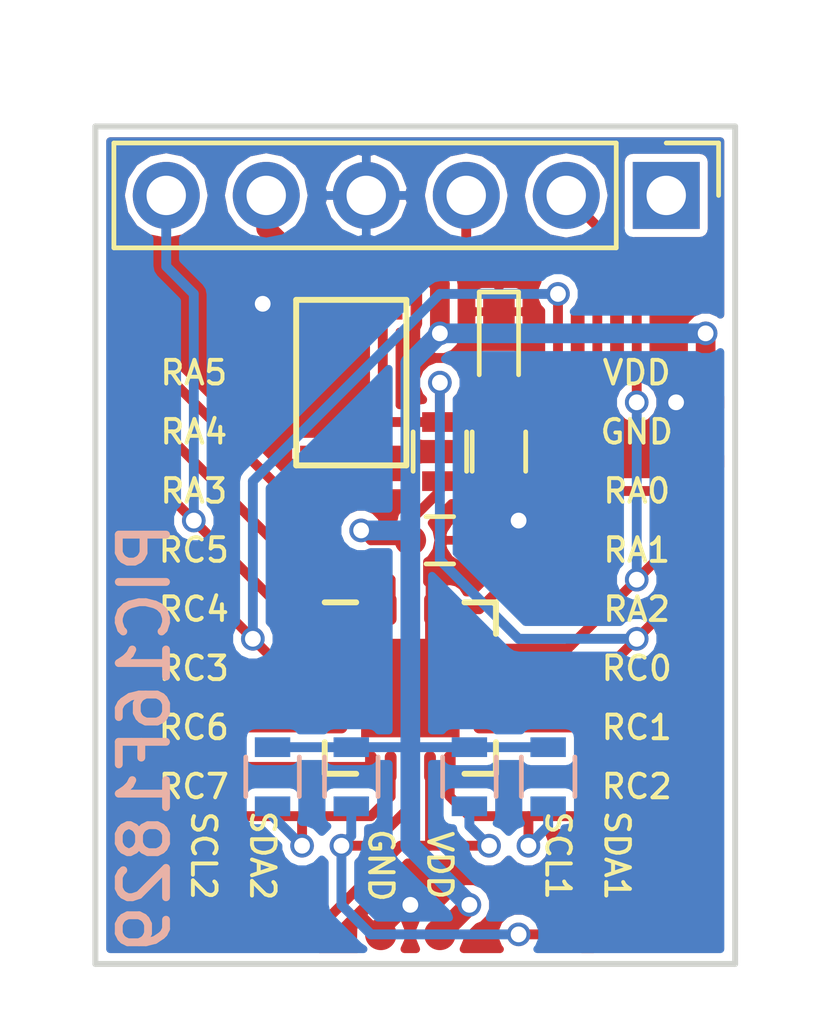
<source format=kicad_pcb>
(kicad_pcb (version 4) (host pcbnew 4.0.6)

  (general
    (links 47)
    (no_connects 0)
    (area 92.522381 57.236666 113.72762 83.505)
    (thickness 1.6)
    (drawings 27)
    (tracks 162)
    (zones 0)
    (modules 33)
    (nets 23)
  )

  (page A4)
  (layers
    (0 F.Cu signal)
    (31 B.Cu signal)
    (32 B.Adhes user)
    (33 F.Adhes user)
    (34 B.Paste user)
    (35 F.Paste user)
    (36 B.SilkS user)
    (37 F.SilkS user)
    (38 B.Mask user)
    (39 F.Mask user)
    (40 Dwgs.User user)
    (41 Cmts.User user)
    (42 Eco1.User user)
    (43 Eco2.User user)
    (44 Edge.Cuts user)
    (45 Margin user)
    (46 B.CrtYd user)
    (47 F.CrtYd user)
    (48 B.Fab user)
    (49 F.Fab user)
  )

  (setup
    (last_trace_width 0.25)
    (trace_clearance 0.18)
    (zone_clearance 0.2)
    (zone_45_only no)
    (trace_min 0.2)
    (segment_width 0.2)
    (edge_width 0.15)
    (via_size 0.6)
    (via_drill 0.4)
    (via_min_size 0.4)
    (via_min_drill 0.3)
    (uvia_size 0.3)
    (uvia_drill 0.1)
    (uvias_allowed no)
    (uvia_min_size 0.2)
    (uvia_min_drill 0.1)
    (pcb_text_width 0.3)
    (pcb_text_size 1.5 1.5)
    (mod_edge_width 0.15)
    (mod_text_size 1 1)
    (mod_text_width 0.15)
    (pad_size 2.5 2.5)
    (pad_drill 0)
    (pad_to_mask_clearance 0.2)
    (aux_axis_origin 0 0)
    (visible_elements 7FFEFFFF)
    (pcbplotparams
      (layerselection 0x00030_80000001)
      (usegerberextensions false)
      (excludeedgelayer true)
      (linewidth 0.100000)
      (plotframeref false)
      (viasonmask false)
      (mode 1)
      (useauxorigin false)
      (hpglpennumber 1)
      (hpglpenspeed 20)
      (hpglpendiameter 15)
      (hpglpenoverlay 2)
      (psnegative false)
      (psa4output false)
      (plotreference true)
      (plotvalue true)
      (plotinvisibletext false)
      (padsonsilk false)
      (subtractmaskfromsilk false)
      (outputformat 1)
      (mirror false)
      (drillshape 1)
      (scaleselection 1)
      (outputdirectory ""))
  )

  (net 0 "")
  (net 1 VDD)
  (net 2 GND)
  (net 3 "Net-(D1-Pad2)")
  (net 4 "Net-(J5-Pad1)")
  (net 5 "Net-(J10-Pad1)")
  (net 6 "Net-(J5-Pad3)")
  (net 7 "Net-(J5-Pad6)")
  (net 8 "Net-(J6-Pad1)")
  (net 9 "Net-(J8-Pad1)")
  (net 10 "Net-(J11-Pad1)")
  (net 11 "Net-(J12-Pad1)")
  (net 12 "Net-(J13-Pad1)")
  (net 13 "Net-(J15-Pad1)")
  (net 14 "Net-(J16-Pad1)")
  (net 15 "Net-(J17-Pad1)")
  (net 16 "Net-(J18-Pad1)")
  (net 17 "Net-(J19-Pad1)")
  (net 18 "Net-(J20-Pad1)")
  (net 19 "Net-(J21-Pad1)")
  (net 20 "Net-(J22-Pad1)")
  (net 21 "Net-(J23-Pad1)")
  (net 22 "Net-(J24-Pad1)")

  (net_class Default "This is the default net class."
    (clearance 0.18)
    (trace_width 0.25)
    (via_dia 0.6)
    (via_drill 0.4)
    (uvia_dia 0.3)
    (uvia_drill 0.1)
    (add_net GND)
    (add_net "Net-(D1-Pad2)")
    (add_net "Net-(J10-Pad1)")
    (add_net "Net-(J11-Pad1)")
    (add_net "Net-(J12-Pad1)")
    (add_net "Net-(J13-Pad1)")
    (add_net "Net-(J15-Pad1)")
    (add_net "Net-(J16-Pad1)")
    (add_net "Net-(J17-Pad1)")
    (add_net "Net-(J18-Pad1)")
    (add_net "Net-(J19-Pad1)")
    (add_net "Net-(J20-Pad1)")
    (add_net "Net-(J21-Pad1)")
    (add_net "Net-(J22-Pad1)")
    (add_net "Net-(J23-Pad1)")
    (add_net "Net-(J24-Pad1)")
    (add_net "Net-(J5-Pad1)")
    (add_net "Net-(J5-Pad3)")
    (add_net "Net-(J5-Pad6)")
    (add_net "Net-(J6-Pad1)")
    (add_net "Net-(J8-Pad1)")
    (add_net VDD)
  )

  (module PIC:C_0603 (layer F.Cu) (tedit 59F21761) (tstamp 59F21777)
    (at 103.75 71 180)
    (descr "Capacitor SMD 0603, reflow soldering, AVX (see smccp.pdf)")
    (tags "capacitor 0603")
    (path /59F216B7)
    (attr smd)
    (fp_text reference C1 (at 0 -1.5 180) (layer F.SilkS) hide
      (effects (font (size 1 1) (thickness 0.15)))
    )
    (fp_text value C (at 0 1.5 180) (layer F.Fab)
      (effects (font (size 1 1) (thickness 0.15)))
    )
    (fp_line (start 1.4 0.65) (end -1.4 0.65) (layer F.CrtYd) (width 0.05))
    (fp_line (start 1.4 0.65) (end 1.4 -0.65) (layer F.CrtYd) (width 0.05))
    (fp_line (start -1.4 -0.65) (end -1.4 0.65) (layer F.CrtYd) (width 0.05))
    (fp_line (start -1.4 -0.65) (end 1.4 -0.65) (layer F.CrtYd) (width 0.05))
    (fp_line (start 0.35 0.6) (end -0.35 0.6) (layer F.SilkS) (width 0.12))
    (fp_line (start -0.35 -0.6) (end 0.35 -0.6) (layer F.SilkS) (width 0.12))
    (pad 2 smd oval (at 0.75 0 180) (size 0.8 0.75) (layers F.Cu F.Paste F.Mask)
      (net 1 VDD))
    (pad 1 smd oval (at -0.75 0 180) (size 0.8 0.75) (layers F.Cu F.Paste F.Mask)
      (net 2 GND))
    (model Capacitors_SMD.3dshapes/C_0603.wrl
      (at (xyz 0 0 0))
      (scale (xyz 1 1 1))
      (rotate (xyz 0 0 0))
    )
  )

  (module PIC:LED_0603 (layer F.Cu) (tedit 59F21753) (tstamp 59F2177D)
    (at 105.25 66 270)
    (descr "LED 0603 smd package")
    (tags "LED led 0603 SMD smd SMT smt smdled SMDLED smtled SMTLED")
    (path /59F22D11)
    (attr smd)
    (fp_text reference D1 (at 0 -1.25 270) (layer F.SilkS) hide
      (effects (font (size 1 1) (thickness 0.15)))
    )
    (fp_text value LED (at 0 1.35 270) (layer F.Fab)
      (effects (font (size 1 1) (thickness 0.15)))
    )
    (fp_line (start -1.3 -0.5) (end -1.3 0.5) (layer F.SilkS) (width 0.12))
    (fp_line (start -0.2 -0.2) (end -0.2 0.2) (layer F.Fab) (width 0.1))
    (fp_line (start -0.15 0) (end 0.15 -0.2) (layer F.Fab) (width 0.1))
    (fp_line (start 0.15 0.2) (end -0.15 0) (layer F.Fab) (width 0.1))
    (fp_line (start 0.15 -0.2) (end 0.15 0.2) (layer F.Fab) (width 0.1))
    (fp_line (start 0.8 0.4) (end -0.8 0.4) (layer F.Fab) (width 0.1))
    (fp_line (start 0.8 -0.4) (end 0.8 0.4) (layer F.Fab) (width 0.1))
    (fp_line (start -0.8 -0.4) (end 0.8 -0.4) (layer F.Fab) (width 0.1))
    (fp_line (start -0.8 0.4) (end -0.8 -0.4) (layer F.Fab) (width 0.1))
    (fp_line (start -1.3 0.5) (end 0.8 0.5) (layer F.SilkS) (width 0.12))
    (fp_line (start -1.3 -0.5) (end 0.8 -0.5) (layer F.SilkS) (width 0.12))
    (fp_line (start 1.45 -0.65) (end 1.45 0.65) (layer F.CrtYd) (width 0.05))
    (fp_line (start 1.45 0.65) (end -1.45 0.65) (layer F.CrtYd) (width 0.05))
    (fp_line (start -1.45 0.65) (end -1.45 -0.65) (layer F.CrtYd) (width 0.05))
    (fp_line (start -1.45 -0.65) (end 1.45 -0.65) (layer F.CrtYd) (width 0.05))
    (pad 2 smd rect (at 0.8 0 90) (size 0.8 0.8) (layers F.Cu F.Paste F.Mask)
      (net 3 "Net-(D1-Pad2)"))
    (pad 1 smd rect (at -0.8 0 90) (size 0.8 0.8) (layers F.Cu F.Paste F.Mask)
      (net 2 GND))
    (model ${KISYS3DMOD}/LEDs.3dshapes/LED_0603.wrl
      (at (xyz 0 0 0))
      (scale (xyz 1 1 1))
      (rotate (xyz 0 0 180))
    )
  )

  (module PIC:Test_Pad (layer F.Cu) (tedit 59F21758) (tstamp 59F21782)
    (at 103.75 81)
    (path /59F22768)
    (fp_text reference J1 (at 0 -1.75) (layer F.SilkS) hide
      (effects (font (size 1 1) (thickness 0.15)))
    )
    (fp_text value TEST_1P (at 0 1.45) (layer F.Fab)
      (effects (font (size 1 1) (thickness 0.15)))
    )
    (pad 1 smd circle (at 0 0) (size 0.8 0.8) (layers F.Cu F.Paste F.Mask)
      (net 1 VDD))
  )

  (module PIC:Test_Pad (layer F.Cu) (tedit 59F2175B) (tstamp 59F21787)
    (at 110.5 66.75)
    (path /59F229D2)
    (fp_text reference J2 (at 0 -1.75) (layer F.SilkS) hide
      (effects (font (size 1 1) (thickness 0.15)))
    )
    (fp_text value TEST_1P (at 0 1.45) (layer F.Fab)
      (effects (font (size 1 1) (thickness 0.15)))
    )
    (pad 1 smd circle (at 0 0) (size 0.8 0.8) (layers F.Cu F.Paste F.Mask)
      (net 1 VDD))
  )

  (module PIC:Test_Pad (layer F.Cu) (tedit 59F21768) (tstamp 59F2178C)
    (at 110.5 68.25)
    (path /59F226B7)
    (fp_text reference J3 (at 0 -1.75) (layer F.SilkS) hide
      (effects (font (size 1 1) (thickness 0.15)))
    )
    (fp_text value TEST_1P (at 0 1.45) (layer F.Fab)
      (effects (font (size 1 1) (thickness 0.15)))
    )
    (pad 1 smd circle (at 0 0) (size 0.8 0.8) (layers F.Cu F.Paste F.Mask)
      (net 2 GND))
  )

  (module PIC:Test_Pad (layer F.Cu) (tedit 59F21763) (tstamp 59F21791)
    (at 102.25 81)
    (path /59F22913)
    (fp_text reference J4 (at 0 -1.75) (layer F.SilkS) hide
      (effects (font (size 1 1) (thickness 0.15)))
    )
    (fp_text value TEST_1P (at 0 1.45) (layer F.Fab)
      (effects (font (size 1 1) (thickness 0.15)))
    )
    (pad 1 smd circle (at 0 0) (size 0.8 0.8) (layers F.Cu F.Paste F.Mask)
      (net 2 GND))
  )

  (module PIC:Pin_Header_Straight_1x06_Pitch2.54mm (layer F.Cu) (tedit 59F21721) (tstamp 59F2179B)
    (at 109.5 62.25 270)
    (descr "Through hole straight pin header, 1x06, 2.54mm pitch, single row")
    (tags "Through hole pin header THT 1x06 2.54mm single row")
    (path /59F217E9)
    (fp_text reference J5 (at 0 -2.33 270) (layer F.SilkS) hide
      (effects (font (size 1 1) (thickness 0.15)))
    )
    (fp_text value CONN_01X06 (at 0 15.03 270) (layer F.Fab)
      (effects (font (size 1 1) (thickness 0.15)))
    )
    (fp_line (start -0.635 -1.27) (end 1.27 -1.27) (layer F.Fab) (width 0.1))
    (fp_line (start 1.27 -1.27) (end 1.27 13.97) (layer F.Fab) (width 0.1))
    (fp_line (start 1.27 13.97) (end -1.27 13.97) (layer F.Fab) (width 0.1))
    (fp_line (start -1.27 13.97) (end -1.27 -0.635) (layer F.Fab) (width 0.1))
    (fp_line (start -1.27 -0.635) (end -0.635 -1.27) (layer F.Fab) (width 0.1))
    (fp_line (start -1.33 14.03) (end 1.33 14.03) (layer F.SilkS) (width 0.12))
    (fp_line (start -1.33 1.27) (end -1.33 14.03) (layer F.SilkS) (width 0.12))
    (fp_line (start 1.33 1.27) (end 1.33 14.03) (layer F.SilkS) (width 0.12))
    (fp_line (start -1.33 1.27) (end 1.33 1.27) (layer F.SilkS) (width 0.12))
    (fp_line (start -1.33 0) (end -1.33 -1.33) (layer F.SilkS) (width 0.12))
    (fp_line (start -1.33 -1.33) (end 0 -1.33) (layer F.SilkS) (width 0.12))
    (fp_line (start -1.8 -1.8) (end -1.8 14.5) (layer F.CrtYd) (width 0.05))
    (fp_line (start -1.8 14.5) (end 1.8 14.5) (layer F.CrtYd) (width 0.05))
    (fp_line (start 1.8 14.5) (end 1.8 -1.8) (layer F.CrtYd) (width 0.05))
    (fp_line (start 1.8 -1.8) (end -1.8 -1.8) (layer F.CrtYd) (width 0.05))
    (fp_text user %R (at 0 6.35 360) (layer F.Fab)
      (effects (font (size 1 1) (thickness 0.15)))
    )
    (pad 1 thru_hole rect (at 0 0 270) (size 1.7 1.7) (drill 1) (layers *.Cu *.Mask)
      (net 4 "Net-(J5-Pad1)"))
    (pad 2 thru_hole oval (at 0 2.54 270) (size 1.7 1.7) (drill 1) (layers *.Cu *.Mask)
      (net 5 "Net-(J10-Pad1)"))
    (pad 3 thru_hole oval (at 0 5.08 270) (size 1.7 1.7) (drill 1) (layers *.Cu *.Mask)
      (net 6 "Net-(J5-Pad3)"))
    (pad 4 thru_hole oval (at 0 7.62 270) (size 1.7 1.7) (drill 1) (layers *.Cu *.Mask)
      (net 2 GND))
    (pad 5 thru_hole oval (at 0 10.16 270) (size 1.7 1.7) (drill 1) (layers *.Cu *.Mask)
      (net 1 VDD))
    (pad 6 thru_hole oval (at 0 12.7 270) (size 1.7 1.7) (drill 1) (layers *.Cu *.Mask)
      (net 7 "Net-(J5-Pad6)"))
    (model ${KISYS3DMOD}/Pin_Headers.3dshapes/Pin_Header_Straight_1x06_Pitch2.54mm.wrl
      (at (xyz 0 0 0))
      (scale (xyz 1 1 1))
      (rotate (xyz 0 0 0))
    )
  )

  (module PIC:Test_Pad (layer F.Cu) (tedit 59F21766) (tstamp 59F217A0)
    (at 95.75 66.75)
    (path /59F22110)
    (fp_text reference J6 (at 0 -1.75) (layer F.SilkS) hide
      (effects (font (size 1 1) (thickness 0.15)))
    )
    (fp_text value TEST_1P (at 0 1.45) (layer F.Fab)
      (effects (font (size 1 1) (thickness 0.15)))
    )
    (pad 1 smd circle (at 0 0) (size 0.8 0.8) (layers F.Cu F.Paste F.Mask)
      (net 8 "Net-(J6-Pad1)"))
  )

  (module PIC:Test_Pad (layer F.Cu) (tedit 59F2175E) (tstamp 59F217A5)
    (at 110.5 69.75)
    (path /59F2247F)
    (fp_text reference J7 (at 0 -1.75) (layer F.SilkS) hide
      (effects (font (size 1 1) (thickness 0.15)))
    )
    (fp_text value TEST_1P (at 0 1.45) (layer F.Fab)
      (effects (font (size 1 1) (thickness 0.15)))
    )
    (pad 1 smd circle (at 0 0) (size 0.8 0.8) (layers F.Cu F.Paste F.Mask)
      (net 6 "Net-(J5-Pad3)"))
  )

  (module PIC:Test_Pad (layer F.Cu) (tedit 59F2179D) (tstamp 59F217AA)
    (at 95.75 68.25)
    (path /59F2208B)
    (fp_text reference J8 (at 0 -1.75) (layer F.SilkS) hide
      (effects (font (size 1 1) (thickness 0.15)))
    )
    (fp_text value TEST_1P (at 0 1.45) (layer F.Fab)
      (effects (font (size 1 1) (thickness 0.15)))
    )
    (pad 1 smd circle (at 0 0) (size 0.8 0.8) (layers F.Cu F.Paste F.Mask)
      (net 9 "Net-(J8-Pad1)"))
  )

  (module PIC:Test_Pad (layer F.Cu) (tedit 59F2179A) (tstamp 59F217AF)
    (at 95.75 69.75)
    (path /59F22287)
    (fp_text reference J9 (at 0 -1.75) (layer F.SilkS) hide
      (effects (font (size 1 1) (thickness 0.15)))
    )
    (fp_text value TEST_1P (at 0 1.45) (layer F.Fab)
      (effects (font (size 1 1) (thickness 0.15)))
    )
    (pad 1 smd circle (at 0 0) (size 0.8 0.8) (layers F.Cu F.Paste F.Mask)
      (net 7 "Net-(J5-Pad6)"))
  )

  (module PIC:Test_Pad (layer F.Cu) (tedit 59F21798) (tstamp 59F217B4)
    (at 110.5 71.25)
    (path /59F22236)
    (fp_text reference J10 (at 0 -1.75) (layer F.SilkS) hide
      (effects (font (size 1 1) (thickness 0.15)))
    )
    (fp_text value TEST_1P (at 0 1.45) (layer F.Fab)
      (effects (font (size 1 1) (thickness 0.15)))
    )
    (pad 1 smd circle (at 0 0) (size 0.8 0.8) (layers F.Cu F.Paste F.Mask)
      (net 5 "Net-(J10-Pad1)"))
  )

  (module PIC:Test_Pad (layer F.Cu) (tedit 59F21795) (tstamp 59F217C1)
    (at 95.75 72.75)
    (path /59F21E0B)
    (fp_text reference J12 (at 0 -1.75) (layer F.SilkS) hide
      (effects (font (size 1 1) (thickness 0.15)))
    )
    (fp_text value TEST_1P (at 0 1.45) (layer F.Fab)
      (effects (font (size 1 1) (thickness 0.15)))
    )
    (pad 1 smd circle (at 0 0) (size 0.8 0.8) (layers F.Cu F.Paste F.Mask)
      (net 11 "Net-(J12-Pad1)"))
  )

  (module PIC:Test_Pad (layer F.Cu) (tedit 59F21793) (tstamp 59F217C6)
    (at 95.75 71.25)
    (path /59F21D29)
    (fp_text reference J13 (at 0 -1.75) (layer F.SilkS) hide
      (effects (font (size 1 1) (thickness 0.15)))
    )
    (fp_text value TEST_1P (at 0 1.45) (layer F.Fab)
      (effects (font (size 1 1) (thickness 0.15)))
    )
    (pad 1 smd circle (at 0 0) (size 0.8 0.8) (layers F.Cu F.Paste F.Mask)
      (net 12 "Net-(J13-Pad1)"))
  )

  (module PIC:Test_Pad (layer F.Cu) (tedit 59F21790) (tstamp 59F217CB)
    (at 110.5 72.75)
    (path /59F2197D)
    (fp_text reference J14 (at 0 -1.75) (layer F.SilkS) hide
      (effects (font (size 1 1) (thickness 0.15)))
    )
    (fp_text value TEST_1P (at 0 1.45) (layer F.Fab)
      (effects (font (size 1 1) (thickness 0.15)))
    )
    (pad 1 smd circle (at 0 0) (size 0.8 0.8) (layers F.Cu F.Paste F.Mask)
      (net 10 "Net-(J11-Pad1)"))
  )

  (module PIC:Test_Pad (layer F.Cu) (tedit 59F2178A) (tstamp 59F217D0)
    (at 110.5 74.25)
    (path /59F219BE)
    (fp_text reference J15 (at 0 -1.75) (layer F.SilkS) hide
      (effects (font (size 1 1) (thickness 0.15)))
    )
    (fp_text value TEST_1P (at 0 1.45) (layer F.Fab)
      (effects (font (size 1 1) (thickness 0.15)))
    )
    (pad 1 smd circle (at 0 0) (size 0.8 0.8) (layers F.Cu F.Paste F.Mask)
      (net 13 "Net-(J15-Pad1)"))
  )

  (module PIC:Test_Pad (layer F.Cu) (tedit 59F2178D) (tstamp 59F217D5)
    (at 95.75 74.25)
    (path /59F21DB2)
    (fp_text reference J16 (at 0 -1.75) (layer F.SilkS) hide
      (effects (font (size 1 1) (thickness 0.15)))
    )
    (fp_text value TEST_1P (at 0 1.45) (layer F.Fab)
      (effects (font (size 1 1) (thickness 0.15)))
    )
    (pad 1 smd circle (at 0 0) (size 0.8 0.8) (layers F.Cu F.Paste F.Mask)
      (net 14 "Net-(J16-Pad1)"))
  )

  (module PIC:Test_Pad (layer F.Cu) (tedit 59F217C0) (tstamp 59F217DA)
    (at 95.75 75.75)
    (path /59F21D70)
    (fp_text reference J17 (at 0 -1.75) (layer F.SilkS) hide
      (effects (font (size 1 1) (thickness 0.15)))
    )
    (fp_text value TEST_1P (at 0 1.45) (layer F.Fab)
      (effects (font (size 1 1) (thickness 0.15)))
    )
    (pad 1 smd circle (at 0 0) (size 0.8 0.8) (layers F.Cu F.Paste F.Mask)
      (net 15 "Net-(J17-Pad1)"))
  )

  (module PIC:Test_Pad (layer F.Cu) (tedit 59F217C3) (tstamp 59F217DF)
    (at 110.5 77.25)
    (path /59F21A17)
    (fp_text reference J18 (at 0 -1.75) (layer F.SilkS) hide
      (effects (font (size 1 1) (thickness 0.15)))
    )
    (fp_text value TEST_1P (at 0 1.45) (layer F.Fab)
      (effects (font (size 1 1) (thickness 0.15)))
    )
    (pad 1 smd circle (at 0 0) (size 0.8 0.8) (layers F.Cu F.Paste F.Mask)
      (net 16 "Net-(J18-Pad1)"))
  )

  (module PIC:Test_Pad (layer F.Cu) (tedit 59F217C5) (tstamp 59F217E4)
    (at 110.5 75.75)
    (path /59F219E9)
    (fp_text reference J19 (at 0 -1.75) (layer F.SilkS) hide
      (effects (font (size 1 1) (thickness 0.15)))
    )
    (fp_text value TEST_1P (at 0 1.45) (layer F.Fab)
      (effects (font (size 1 1) (thickness 0.15)))
    )
    (pad 1 smd circle (at 0 0) (size 0.8 0.8) (layers F.Cu F.Paste F.Mask)
      (net 17 "Net-(J19-Pad1)"))
  )

  (module PIC:Test_Pad (layer F.Cu) (tedit 59F217BE) (tstamp 59F217E9)
    (at 95.75 77.25)
    (path /59F21BAF)
    (fp_text reference J20 (at 0 -1.75) (layer F.SilkS) hide
      (effects (font (size 1 1) (thickness 0.15)))
    )
    (fp_text value TEST_1P (at 0 1.45) (layer F.Fab)
      (effects (font (size 1 1) (thickness 0.15)))
    )
    (pad 1 smd circle (at 0 0) (size 0.8 0.8) (layers F.Cu F.Paste F.Mask)
      (net 18 "Net-(J20-Pad1)"))
  )

  (module PIC:Test_Pad (layer F.Cu) (tedit 59F217BB) (tstamp 59F217EE)
    (at 108.25 81)
    (path /59F21B73)
    (fp_text reference J21 (at 0 -1.75) (layer F.SilkS) hide
      (effects (font (size 1 1) (thickness 0.15)))
    )
    (fp_text value TEST_1P (at 0 1.45) (layer F.Fab)
      (effects (font (size 1 1) (thickness 0.15)))
    )
    (pad 1 smd circle (at 0 0) (size 0.8 0.8) (layers F.Cu F.Paste F.Mask)
      (net 19 "Net-(J21-Pad1)"))
  )

  (module PIC:Test_Pad (layer F.Cu) (tedit 59F217B9) (tstamp 59F217F3)
    (at 97.75 81)
    (path /59F21BEA)
    (fp_text reference J22 (at 0 -1.75) (layer F.SilkS) hide
      (effects (font (size 1 1) (thickness 0.15)))
    )
    (fp_text value TEST_1P (at 0 1.45) (layer F.Fab)
      (effects (font (size 1 1) (thickness 0.15)))
    )
    (pad 1 smd circle (at 0 0) (size 0.8 0.8) (layers F.Cu F.Paste F.Mask)
      (net 20 "Net-(J22-Pad1)"))
  )

  (module PIC:Test_Pad (layer F.Cu) (tedit 59F217CB) (tstamp 59F217F8)
    (at 99.25 81)
    (path /59F21C2C)
    (fp_text reference J23 (at 0 -1.75) (layer F.SilkS) hide
      (effects (font (size 1 1) (thickness 0.15)))
    )
    (fp_text value TEST_1P (at 0 1.45) (layer F.Fab)
      (effects (font (size 1 1) (thickness 0.15)))
    )
    (pad 1 smd circle (at 0 0) (size 0.8 0.8) (layers F.Cu F.Paste F.Mask)
      (net 21 "Net-(J23-Pad1)"))
  )

  (module PIC:Test_Pad (layer F.Cu) (tedit 59F217CD) (tstamp 59F217FD)
    (at 106.75 81)
    (path /59F21C6D)
    (fp_text reference J24 (at 0 -1.75) (layer F.SilkS) hide
      (effects (font (size 1 1) (thickness 0.15)))
    )
    (fp_text value TEST_1P (at 0 1.45) (layer F.Fab)
      (effects (font (size 1 1) (thickness 0.15)))
    )
    (pad 1 smd circle (at 0 0) (size 0.8 0.8) (layers F.Cu F.Paste F.Mask)
      (net 22 "Net-(J24-Pad1)"))
  )

  (module PIC:R_0603 (layer F.Cu) (tedit 59F21755) (tstamp 59F21803)
    (at 103.75 68.75 270)
    (descr "Resistor SMD 0603, reflow soldering, Vishay (see dcrcw.pdf)")
    (tags "resistor 0603")
    (path /59F24D21)
    (attr smd)
    (fp_text reference R1 (at 0 -1.45 270) (layer F.SilkS) hide
      (effects (font (size 1 1) (thickness 0.15)))
    )
    (fp_text value R (at 0 1.5 270) (layer F.Fab)
      (effects (font (size 1 1) (thickness 0.15)))
    )
    (fp_text user %R (at 0 0 270) (layer F.Fab)
      (effects (font (size 0.4 0.4) (thickness 0.075)))
    )
    (fp_line (start -0.8 0.4) (end -0.8 -0.4) (layer F.Fab) (width 0.1))
    (fp_line (start 0.8 0.4) (end -0.8 0.4) (layer F.Fab) (width 0.1))
    (fp_line (start 0.8 -0.4) (end 0.8 0.4) (layer F.Fab) (width 0.1))
    (fp_line (start -0.8 -0.4) (end 0.8 -0.4) (layer F.Fab) (width 0.1))
    (fp_line (start 0.5 0.68) (end -0.5 0.68) (layer F.SilkS) (width 0.12))
    (fp_line (start -0.5 -0.68) (end 0.5 -0.68) (layer F.SilkS) (width 0.12))
    (fp_line (start -1.25 -0.7) (end 1.25 -0.7) (layer F.CrtYd) (width 0.05))
    (fp_line (start -1.25 -0.7) (end -1.25 0.7) (layer F.CrtYd) (width 0.05))
    (fp_line (start 1.25 0.7) (end 1.25 -0.7) (layer F.CrtYd) (width 0.05))
    (fp_line (start 1.25 0.7) (end -1.25 0.7) (layer F.CrtYd) (width 0.05))
    (pad 1 smd rect (at -0.75 0 270) (size 0.5 0.9) (layers F.Cu F.Paste F.Mask)
      (net 10 "Net-(J11-Pad1)"))
    (pad 2 smd rect (at 0.75 0 270) (size 0.5 0.9) (layers F.Cu F.Paste F.Mask)
      (net 1 VDD))
    (model ${KISYS3DMOD}/Resistors_SMD.3dshapes/R_0603.wrl
      (at (xyz 0 0 0))
      (scale (xyz 1 1 1))
      (rotate (xyz 0 0 0))
    )
  )

  (module PIC:R_0603 (layer F.Cu) (tedit 59F2176B) (tstamp 59F21809)
    (at 105.25 68.75 90)
    (descr "Resistor SMD 0603, reflow soldering, Vishay (see dcrcw.pdf)")
    (tags "resistor 0603")
    (path /59F22CB4)
    (attr smd)
    (fp_text reference R2 (at 0 -1.45 90) (layer F.SilkS) hide
      (effects (font (size 1 1) (thickness 0.15)))
    )
    (fp_text value R (at 0 1.5 90) (layer F.Fab)
      (effects (font (size 1 1) (thickness 0.15)))
    )
    (fp_text user %R (at 0 0 90) (layer F.Fab)
      (effects (font (size 0.4 0.4) (thickness 0.075)))
    )
    (fp_line (start -0.8 0.4) (end -0.8 -0.4) (layer F.Fab) (width 0.1))
    (fp_line (start 0.8 0.4) (end -0.8 0.4) (layer F.Fab) (width 0.1))
    (fp_line (start 0.8 -0.4) (end 0.8 0.4) (layer F.Fab) (width 0.1))
    (fp_line (start -0.8 -0.4) (end 0.8 -0.4) (layer F.Fab) (width 0.1))
    (fp_line (start 0.5 0.68) (end -0.5 0.68) (layer F.SilkS) (width 0.12))
    (fp_line (start -0.5 -0.68) (end 0.5 -0.68) (layer F.SilkS) (width 0.12))
    (fp_line (start -1.25 -0.7) (end 1.25 -0.7) (layer F.CrtYd) (width 0.05))
    (fp_line (start -1.25 -0.7) (end -1.25 0.7) (layer F.CrtYd) (width 0.05))
    (fp_line (start 1.25 0.7) (end 1.25 -0.7) (layer F.CrtYd) (width 0.05))
    (fp_line (start 1.25 0.7) (end -1.25 0.7) (layer F.CrtYd) (width 0.05))
    (pad 1 smd rect (at -0.75 0 90) (size 0.5 0.9) (layers F.Cu F.Paste F.Mask)
      (net 12 "Net-(J13-Pad1)"))
    (pad 2 smd rect (at 0.75 0 90) (size 0.5 0.9) (layers F.Cu F.Paste F.Mask)
      (net 3 "Net-(D1-Pad2)"))
    (model ${KISYS3DMOD}/Resistors_SMD.3dshapes/R_0603.wrl
      (at (xyz 0 0 0))
      (scale (xyz 1 1 1))
      (rotate (xyz 0 0 0))
    )
  )

  (module PIC:UQFN-20-1EP_4x4mm_Pitch0.5mm (layer F.Cu) (tedit 59F26E58) (tstamp 59F21822)
    (at 103 74.75)
    (descr "20-Lead Ultra Thin Plastic Quad Flat, No Lead Package (GZ) - 4x4x0.5 mm Body [UQFN]; (see Microchip Packaging Specification 00000049BS.pdf)")
    (tags "QFN 0.5")
    (path /59F21685)
    (attr smd)
    (fp_text reference U1 (at 0 -3.4) (layer F.SilkS) hide
      (effects (font (size 1 1) (thickness 0.15)))
    )
    (fp_text value PIC16F1829 (at 0 3.4) (layer F.Fab)
      (effects (font (size 1 1) (thickness 0.15)))
    )
    (fp_line (start -2.65 -2.65) (end -2.65 2.65) (layer F.CrtYd) (width 0.05))
    (fp_line (start 2.65 -2.65) (end 2.65 2.65) (layer F.CrtYd) (width 0.05))
    (fp_line (start -2.65 -2.65) (end 2.65 -2.65) (layer F.CrtYd) (width 0.05))
    (fp_line (start -2.65 2.65) (end 2.65 2.65) (layer F.CrtYd) (width 0.05))
    (fp_line (start 2.175 -2.175) (end 2.175 -1.375) (layer F.SilkS) (width 0.15))
    (fp_line (start -2.175 2.175) (end -2.175 1.375) (layer F.SilkS) (width 0.15))
    (fp_line (start 2.175 2.175) (end 2.175 1.375) (layer F.SilkS) (width 0.15))
    (fp_line (start -2.175 -2.175) (end -1.375 -2.175) (layer F.SilkS) (width 0.15))
    (fp_line (start -2.175 2.175) (end -1.375 2.175) (layer F.SilkS) (width 0.15))
    (fp_line (start 2.175 2.175) (end 1.375 2.175) (layer F.SilkS) (width 0.15))
    (fp_line (start 2.175 -2.175) (end 1.375 -2.175) (layer F.SilkS) (width 0.15))
    (pad 1 smd oval (at -2 -1) (size 0.8 0.3) (layers F.Cu F.Paste F.Mask)
      (net 7 "Net-(J5-Pad6)"))
    (pad 2 smd oval (at -2 -0.5) (size 0.8 0.3) (layers F.Cu F.Paste F.Mask)
      (net 12 "Net-(J13-Pad1)"))
    (pad 3 smd oval (at -2 0) (size 0.8 0.3) (layers F.Cu F.Paste F.Mask)
      (net 11 "Net-(J12-Pad1)"))
    (pad 4 smd oval (at -2 0.5) (size 0.8 0.3) (layers F.Cu F.Paste F.Mask)
      (net 14 "Net-(J16-Pad1)"))
    (pad 5 smd oval (at -2 1) (size 0.8 0.3) (layers F.Cu F.Paste F.Mask)
      (net 15 "Net-(J17-Pad1)"))
    (pad 6 smd oval (at -1 2 90) (size 0.8 0.3) (layers F.Cu F.Paste F.Mask)
      (net 18 "Net-(J20-Pad1)"))
    (pad 7 smd oval (at -0.5 2 90) (size 0.8 0.3) (layers F.Cu F.Paste F.Mask)
      (net 20 "Net-(J22-Pad1)"))
    (pad 8 smd oval (at 0 2 90) (size 0.8 0.3) (layers F.Cu F.Paste F.Mask)
      (net 22 "Net-(J24-Pad1)"))
    (pad 9 smd oval (at 0.5 2 90) (size 0.8 0.3) (layers F.Cu F.Paste F.Mask)
      (net 21 "Net-(J23-Pad1)"))
    (pad 10 smd oval (at 1 2 90) (size 0.8 0.3) (layers F.Cu F.Paste F.Mask)
      (net 19 "Net-(J21-Pad1)"))
    (pad 11 smd oval (at 2 1) (size 0.8 0.3) (layers F.Cu F.Paste F.Mask)
      (net 16 "Net-(J18-Pad1)"))
    (pad 12 smd oval (at 2 0.5) (size 0.8 0.3) (layers F.Cu F.Paste F.Mask)
      (net 17 "Net-(J19-Pad1)"))
    (pad 13 smd oval (at 2 0) (size 0.8 0.3) (layers F.Cu F.Paste F.Mask)
      (net 13 "Net-(J15-Pad1)"))
    (pad 14 smd oval (at 2 -0.5) (size 0.8 0.3) (layers F.Cu F.Paste F.Mask)
      (net 10 "Net-(J11-Pad1)"))
    (pad 15 smd oval (at 2 -1) (size 0.8 0.3) (layers F.Cu F.Paste F.Mask)
      (net 5 "Net-(J10-Pad1)"))
    (pad 16 smd oval (at 1 -2 90) (size 0.8 0.3) (layers F.Cu F.Paste F.Mask)
      (net 6 "Net-(J5-Pad3)"))
    (pad 17 smd oval (at 0.5 -2 90) (size 0.8 0.3) (layers F.Cu F.Paste F.Mask)
      (net 2 GND))
    (pad 18 smd oval (at 0 -2 90) (size 0.8 0.3) (layers F.Cu F.Paste F.Mask)
      (net 1 VDD))
    (pad 19 smd oval (at -0.5 -2 90) (size 0.8 0.3) (layers F.Cu F.Paste F.Mask)
      (net 8 "Net-(J6-Pad1)"))
    (pad 20 smd oval (at -1 -2 90) (size 0.8 0.3) (layers F.Cu F.Paste F.Mask)
      (net 9 "Net-(J8-Pad1)"))
    (pad 21 smd rect (at 0 0) (size 2.5 2.5) (layers F.Cu F.Paste F.Mask)
      (net 2 GND))
    (model ${KISYS3DMOD}/Housings_DFN_QFN.3dshapes/UQFN-20-1EP_4x4mm_Pitch0.5mm.wrl
      (at (xyz 0 0 0))
      (scale (xyz 1 1 1))
      (rotate (xyz 0 0 0))
    )
  )

  (module PIC:KMR621NG (layer F.Cu) (tedit 59F26F5B) (tstamp 59F21D05)
    (at 101.5 67 90)
    (path /59F24930)
    (fp_text reference J11 (at 0 2.55 90) (layer F.SilkS) hide
      (effects (font (size 1 1) (thickness 0.15)))
    )
    (fp_text value TEST_2P (at 0 -2.3 90) (layer F.Fab)
      (effects (font (size 1 1) (thickness 0.15)))
    )
    (fp_line (start -2.1 -1.4) (end 2.1 -1.4) (layer F.SilkS) (width 0.15))
    (fp_line (start 2.1 -1.4) (end 2.1 1.4) (layer F.SilkS) (width 0.15))
    (fp_line (start 2.1 1.4) (end -2.1 1.4) (layer F.SilkS) (width 0.15))
    (fp_line (start -2.1 1.4) (end -2.1 -1.4) (layer F.SilkS) (width 0.15))
    (pad 1 smd rect (at 2.05 0.8 90) (size 0.9 1) (layers F.Cu F.Paste F.Mask)
      (net 10 "Net-(J11-Pad1)"))
    (pad 2 smd rect (at 2.05 -0.8 90) (size 0.9 1) (layers F.Cu F.Paste F.Mask)
      (net 2 GND))
    (pad 2 smd rect (at -2.05 -0.8 90) (size 0.9 1) (layers F.Cu F.Paste F.Mask)
      (net 2 GND))
    (pad 1 smd rect (at -2.05 0.8 90) (size 0.9 1) (layers F.Cu F.Paste F.Mask)
      (net 10 "Net-(J11-Pad1)"))
  )

  (module PIC:R_0603 (layer B.Cu) (tedit 59F267D6) (tstamp 59F267E6)
    (at 99.5 77 270)
    (descr "Resistor SMD 0603, reflow soldering, Vishay (see dcrcw.pdf)")
    (tags "resistor 0603")
    (path /59F26CDC)
    (attr smd)
    (fp_text reference R3 (at 0 1.45 270) (layer B.SilkS) hide
      (effects (font (size 1 1) (thickness 0.15)) (justify mirror))
    )
    (fp_text value R (at 0 -1.5 270) (layer B.Fab)
      (effects (font (size 1 1) (thickness 0.15)) (justify mirror))
    )
    (fp_text user %R (at 0 0 270) (layer B.Fab)
      (effects (font (size 0.4 0.4) (thickness 0.075)) (justify mirror))
    )
    (fp_line (start -0.8 -0.4) (end -0.8 0.4) (layer B.Fab) (width 0.1))
    (fp_line (start 0.8 -0.4) (end -0.8 -0.4) (layer B.Fab) (width 0.1))
    (fp_line (start 0.8 0.4) (end 0.8 -0.4) (layer B.Fab) (width 0.1))
    (fp_line (start -0.8 0.4) (end 0.8 0.4) (layer B.Fab) (width 0.1))
    (fp_line (start 0.5 -0.68) (end -0.5 -0.68) (layer B.SilkS) (width 0.12))
    (fp_line (start -0.5 0.68) (end 0.5 0.68) (layer B.SilkS) (width 0.12))
    (fp_line (start -1.25 0.7) (end 1.25 0.7) (layer B.CrtYd) (width 0.05))
    (fp_line (start -1.25 0.7) (end -1.25 -0.7) (layer B.CrtYd) (width 0.05))
    (fp_line (start 1.25 -0.7) (end 1.25 0.7) (layer B.CrtYd) (width 0.05))
    (fp_line (start 1.25 -0.7) (end -1.25 -0.7) (layer B.CrtYd) (width 0.05))
    (pad 1 smd rect (at -0.75 0 270) (size 0.5 0.9) (layers B.Cu B.Paste B.Mask)
      (net 1 VDD))
    (pad 2 smd rect (at 0.75 0 270) (size 0.5 0.9) (layers B.Cu B.Paste B.Mask)
      (net 20 "Net-(J22-Pad1)"))
    (model ${KISYS3DMOD}/Resistors_SMD.3dshapes/R_0603.wrl
      (at (xyz 0 0 0))
      (scale (xyz 1 1 1))
      (rotate (xyz 0 0 0))
    )
  )

  (module PIC:R_0603 (layer B.Cu) (tedit 59F267D4) (tstamp 59F267EC)
    (at 101.5 77 270)
    (descr "Resistor SMD 0603, reflow soldering, Vishay (see dcrcw.pdf)")
    (tags "resistor 0603")
    (path /59F26D90)
    (attr smd)
    (fp_text reference R4 (at 0 1.45 270) (layer B.SilkS) hide
      (effects (font (size 1 1) (thickness 0.15)) (justify mirror))
    )
    (fp_text value R (at 0 -1.5 270) (layer B.Fab)
      (effects (font (size 1 1) (thickness 0.15)) (justify mirror))
    )
    (fp_text user %R (at 0 0 270) (layer B.Fab)
      (effects (font (size 0.4 0.4) (thickness 0.075)) (justify mirror))
    )
    (fp_line (start -0.8 -0.4) (end -0.8 0.4) (layer B.Fab) (width 0.1))
    (fp_line (start 0.8 -0.4) (end -0.8 -0.4) (layer B.Fab) (width 0.1))
    (fp_line (start 0.8 0.4) (end 0.8 -0.4) (layer B.Fab) (width 0.1))
    (fp_line (start -0.8 0.4) (end 0.8 0.4) (layer B.Fab) (width 0.1))
    (fp_line (start 0.5 -0.68) (end -0.5 -0.68) (layer B.SilkS) (width 0.12))
    (fp_line (start -0.5 0.68) (end 0.5 0.68) (layer B.SilkS) (width 0.12))
    (fp_line (start -1.25 0.7) (end 1.25 0.7) (layer B.CrtYd) (width 0.05))
    (fp_line (start -1.25 0.7) (end -1.25 -0.7) (layer B.CrtYd) (width 0.05))
    (fp_line (start 1.25 -0.7) (end 1.25 0.7) (layer B.CrtYd) (width 0.05))
    (fp_line (start 1.25 -0.7) (end -1.25 -0.7) (layer B.CrtYd) (width 0.05))
    (pad 1 smd rect (at -0.75 0 270) (size 0.5 0.9) (layers B.Cu B.Paste B.Mask)
      (net 1 VDD))
    (pad 2 smd rect (at 0.75 0 270) (size 0.5 0.9) (layers B.Cu B.Paste B.Mask)
      (net 22 "Net-(J24-Pad1)"))
    (model ${KISYS3DMOD}/Resistors_SMD.3dshapes/R_0603.wrl
      (at (xyz 0 0 0))
      (scale (xyz 1 1 1))
      (rotate (xyz 0 0 0))
    )
  )

  (module PIC:R_0603 (layer B.Cu) (tedit 59F267D1) (tstamp 59F267F2)
    (at 106.5 77 90)
    (descr "Resistor SMD 0603, reflow soldering, Vishay (see dcrcw.pdf)")
    (tags "resistor 0603")
    (path /59F2693A)
    (attr smd)
    (fp_text reference R5 (at 0 1.45 90) (layer B.SilkS) hide
      (effects (font (size 1 1) (thickness 0.15)) (justify mirror))
    )
    (fp_text value R (at 0 -1.5 90) (layer B.Fab)
      (effects (font (size 1 1) (thickness 0.15)) (justify mirror))
    )
    (fp_text user %R (at 0 0 90) (layer B.Fab)
      (effects (font (size 0.4 0.4) (thickness 0.075)) (justify mirror))
    )
    (fp_line (start -0.8 -0.4) (end -0.8 0.4) (layer B.Fab) (width 0.1))
    (fp_line (start 0.8 -0.4) (end -0.8 -0.4) (layer B.Fab) (width 0.1))
    (fp_line (start 0.8 0.4) (end 0.8 -0.4) (layer B.Fab) (width 0.1))
    (fp_line (start -0.8 0.4) (end 0.8 0.4) (layer B.Fab) (width 0.1))
    (fp_line (start 0.5 -0.68) (end -0.5 -0.68) (layer B.SilkS) (width 0.12))
    (fp_line (start -0.5 0.68) (end 0.5 0.68) (layer B.SilkS) (width 0.12))
    (fp_line (start -1.25 0.7) (end 1.25 0.7) (layer B.CrtYd) (width 0.05))
    (fp_line (start -1.25 0.7) (end -1.25 -0.7) (layer B.CrtYd) (width 0.05))
    (fp_line (start 1.25 -0.7) (end 1.25 0.7) (layer B.CrtYd) (width 0.05))
    (fp_line (start 1.25 -0.7) (end -1.25 -0.7) (layer B.CrtYd) (width 0.05))
    (pad 1 smd rect (at -0.75 0 90) (size 0.5 0.9) (layers B.Cu B.Paste B.Mask)
      (net 19 "Net-(J21-Pad1)"))
    (pad 2 smd rect (at 0.75 0 90) (size 0.5 0.9) (layers B.Cu B.Paste B.Mask)
      (net 1 VDD))
    (model ${KISYS3DMOD}/Resistors_SMD.3dshapes/R_0603.wrl
      (at (xyz 0 0 0))
      (scale (xyz 1 1 1))
      (rotate (xyz 0 0 0))
    )
  )

  (module PIC:R_0603 (layer B.Cu) (tedit 59F267D2) (tstamp 59F267F8)
    (at 104.5 77 90)
    (descr "Resistor SMD 0603, reflow soldering, Vishay (see dcrcw.pdf)")
    (tags "resistor 0603")
    (path /59F26BBE)
    (attr smd)
    (fp_text reference R6 (at 0 1.45 90) (layer B.SilkS) hide
      (effects (font (size 1 1) (thickness 0.15)) (justify mirror))
    )
    (fp_text value R (at 0 -1.5 90) (layer B.Fab)
      (effects (font (size 1 1) (thickness 0.15)) (justify mirror))
    )
    (fp_text user %R (at 0 0 90) (layer B.Fab)
      (effects (font (size 0.4 0.4) (thickness 0.075)) (justify mirror))
    )
    (fp_line (start -0.8 -0.4) (end -0.8 0.4) (layer B.Fab) (width 0.1))
    (fp_line (start 0.8 -0.4) (end -0.8 -0.4) (layer B.Fab) (width 0.1))
    (fp_line (start 0.8 0.4) (end 0.8 -0.4) (layer B.Fab) (width 0.1))
    (fp_line (start -0.8 0.4) (end 0.8 0.4) (layer B.Fab) (width 0.1))
    (fp_line (start 0.5 -0.68) (end -0.5 -0.68) (layer B.SilkS) (width 0.12))
    (fp_line (start -0.5 0.68) (end 0.5 0.68) (layer B.SilkS) (width 0.12))
    (fp_line (start -1.25 0.7) (end 1.25 0.7) (layer B.CrtYd) (width 0.05))
    (fp_line (start -1.25 0.7) (end -1.25 -0.7) (layer B.CrtYd) (width 0.05))
    (fp_line (start 1.25 -0.7) (end 1.25 0.7) (layer B.CrtYd) (width 0.05))
    (fp_line (start 1.25 -0.7) (end -1.25 -0.7) (layer B.CrtYd) (width 0.05))
    (pad 1 smd rect (at -0.75 0 90) (size 0.5 0.9) (layers B.Cu B.Paste B.Mask)
      (net 21 "Net-(J23-Pad1)"))
    (pad 2 smd rect (at 0.75 0 90) (size 0.5 0.9) (layers B.Cu B.Paste B.Mask)
      (net 1 VDD))
    (model ${KISYS3DMOD}/Resistors_SMD.3dshapes/R_0603.wrl
      (at (xyz 0 0 0))
      (scale (xyz 1 1 1))
      (rotate (xyz 0 0 0))
    )
  )

  (gr_text PIC16F1829 (at 96.25 76 90) (layer B.SilkS)
    (effects (font (size 1.2 1.2) (thickness 0.2)) (justify mirror))
  )
  (gr_text RC7 (at 97.5 77.25) (layer F.SilkS)
    (effects (font (size 0.6 0.6) (thickness 0.1)))
  )
  (gr_text VDD (at 108.75 66.75) (layer F.SilkS)
    (effects (font (size 0.6 0.6) (thickness 0.1)))
  )
  (gr_text GND (at 108.75 68.25) (layer F.SilkS)
    (effects (font (size 0.6 0.6) (thickness 0.1)))
  )
  (gr_text RA0 (at 108.75 69.75) (layer F.SilkS)
    (effects (font (size 0.6 0.6) (thickness 0.1)))
  )
  (gr_text RA1 (at 108.75 71.25) (layer F.SilkS)
    (effects (font (size 0.6 0.6) (thickness 0.1)))
  )
  (gr_text RA2 (at 108.75 72.75) (layer F.SilkS)
    (effects (font (size 0.6 0.6) (thickness 0.1)))
  )
  (gr_text RC0 (at 108.75 74.25) (layer F.SilkS)
    (effects (font (size 0.6 0.6) (thickness 0.1)))
  )
  (gr_text RC1 (at 108.75 75.75) (layer F.SilkS)
    (effects (font (size 0.6 0.6) (thickness 0.1)))
  )
  (gr_text RA5 (at 97.5 66.75) (layer F.SilkS)
    (effects (font (size 0.6 0.6) (thickness 0.1)))
  )
  (gr_text RA4 (at 97.5 68.25) (layer F.SilkS)
    (effects (font (size 0.6 0.6) (thickness 0.1)))
  )
  (gr_text RA3 (at 97.5 69.75) (layer F.SilkS)
    (effects (font (size 0.6 0.6) (thickness 0.1)))
  )
  (gr_text RC5 (at 97.5 71.25) (layer F.SilkS)
    (effects (font (size 0.6 0.6) (thickness 0.1)))
  )
  (gr_text RC4 (at 97.5 72.75) (layer F.SilkS)
    (effects (font (size 0.6 0.6) (thickness 0.1)))
  )
  (gr_text RC3 (at 97.5 74.25) (layer F.SilkS)
    (effects (font (size 0.6 0.6) (thickness 0.1)))
  )
  (gr_text RC6 (at 97.5 75.75) (layer F.SilkS)
    (effects (font (size 0.6 0.6) (thickness 0.1)))
  )
  (gr_text RC2 (at 108.75 77.25) (layer F.SilkS)
    (effects (font (size 0.6 0.6) (thickness 0.1)))
  )
  (gr_text VDD (at 103.75 79.25 270) (layer F.SilkS)
    (effects (font (size 0.6 0.6) (thickness 0.1)))
  )
  (gr_text GND (at 102.25 79.25 270) (layer F.SilkS)
    (effects (font (size 0.6 0.6) (thickness 0.1)))
  )
  (gr_text SCL2 (at 97.75 79 270) (layer F.SilkS)
    (effects (font (size 0.6 0.6) (thickness 0.1)))
  )
  (gr_text SDA2 (at 99.25 79 270) (layer F.SilkS)
    (effects (font (size 0.6 0.6) (thickness 0.1)))
  )
  (gr_text SCL1 (at 106.75 79 270) (layer F.SilkS)
    (effects (font (size 0.6 0.6) (thickness 0.1)))
  )
  (gr_line (start 95 81.75) (end 95 60.5) (angle 90) (layer Edge.Cuts) (width 0.15))
  (gr_line (start 111.25 81.75) (end 95 81.75) (angle 90) (layer Edge.Cuts) (width 0.15))
  (gr_line (start 111.25 60.5) (end 111.25 81.75) (angle 90) (layer Edge.Cuts) (width 0.15))
  (gr_line (start 95 60.5) (end 111.25 60.5) (angle 90) (layer Edge.Cuts) (width 0.15))
  (gr_text SDA1 (at 108.25 79 270) (layer F.SilkS)
    (effects (font (size 0.6 0.6) (thickness 0.1)))
  )

  (segment (start 99.34 62.25) (end 99.34 63.09) (width 0.5) (layer F.Cu) (net 1))
  (segment (start 99.34 63.09) (end 100 63.75) (width 0.5) (layer F.Cu) (net 1) (tstamp 59F26E05))
  (segment (start 100 63.75) (end 103 63.75) (width 0.5) (layer F.Cu) (net 1) (tstamp 59F26E07))
  (segment (start 103 63.75) (end 103.75 64.5) (width 0.5) (layer F.Cu) (net 1) (tstamp 59F26E08))
  (segment (start 103.75 64.5) (end 103.75 65.75) (width 0.5) (layer F.Cu) (net 1) (tstamp 59F26E0A))
  (via (at 103.75 65.75) (size 0.6) (drill 0.4) (layers F.Cu B.Cu) (net 1))
  (segment (start 103 69) (end 103 66.5) (width 0.5) (layer B.Cu) (net 1))
  (segment (start 106.25 65.75) (end 108 65.75) (width 0.5) (layer B.Cu) (net 1) (tstamp 59F26C6E))
  (segment (start 110.5 65.75) (end 108 65.75) (width 0.5) (layer B.Cu) (net 1))
  (via (at 110.5 65.75) (size 0.6) (drill 0.4) (layers F.Cu B.Cu) (net 1))
  (segment (start 110.5 66.75) (end 110.5 65.75) (width 0.5) (layer F.Cu) (net 1))
  (segment (start 103 69) (end 103 70.75) (width 0.5) (layer B.Cu) (net 1))
  (segment (start 103.75 65.75) (end 106.25 65.75) (width 0.5) (layer B.Cu) (net 1) (tstamp 59F26D0F))
  (segment (start 103 66.5) (end 103.75 65.75) (width 0.5) (layer B.Cu) (net 1) (tstamp 59F26D08))
  (segment (start 99.5 76.25) (end 101.5 76.25) (width 0.25) (layer B.Cu) (net 1))
  (segment (start 101.5 76.25) (end 103 76.25) (width 0.25) (layer B.Cu) (net 1) (tstamp 59F26C98))
  (segment (start 103 70.75) (end 101.75 70.75) (width 0.5) (layer B.Cu) (net 1))
  (segment (start 102 71) (end 101.75 70.75) (width 0.25) (layer F.Cu) (net 1) (tstamp 59F26910))
  (via (at 101.75 70.75) (size 0.6) (drill 0.4) (layers F.Cu B.Cu) (net 1))
  (segment (start 102 71) (end 103 71) (width 0.25) (layer F.Cu) (net 1))
  (segment (start 103 71) (end 103 76.25) (width 0.5) (layer B.Cu) (net 1) (tstamp 59F26C35))
  (segment (start 103 70.75) (end 103 71) (width 0.5) (layer B.Cu) (net 1) (tstamp 59F26C5D))
  (segment (start 104.5 80.25) (end 103 78.75) (width 0.5) (layer B.Cu) (net 1))
  (via (at 104.5 80.25) (size 0.6) (drill 0.4) (layers F.Cu B.Cu) (net 1))
  (segment (start 103.75 81) (end 104.5 80.25) (width 0.5) (layer F.Cu) (net 1))
  (segment (start 103 78.75) (end 103 76.25) (width 0.5) (layer B.Cu) (net 1) (tstamp 59F26C30))
  (segment (start 103 76.25) (end 104.5 76.25) (width 0.25) (layer B.Cu) (net 1) (tstamp 59F26BEB))
  (segment (start 104.5 76.25) (end 106.5 76.25) (width 0.25) (layer B.Cu) (net 1) (tstamp 59F26BD9))
  (segment (start 103 71) (end 103 70.5) (width 0.25) (layer F.Cu) (net 1))
  (segment (start 103 70.5) (end 103.75 69.75) (width 0.25) (layer F.Cu) (net 1) (tstamp 59F26A55))
  (segment (start 103.75 69.75) (end 103.75 69.5) (width 0.25) (layer F.Cu) (net 1) (tstamp 59F26A56))
  (segment (start 103 71) (end 103 72.75) (width 0.25) (layer F.Cu) (net 1))
  (segment (start 100.7 64.95) (end 99.3 64.95) (width 0.25) (layer F.Cu) (net 2))
  (via (at 99.25 65) (size 0.6) (drill 0.4) (layers F.Cu B.Cu) (net 2))
  (segment (start 99.3 64.95) (end 99.25 65) (width 0.25) (layer F.Cu) (net 2) (tstamp 59F26EE7))
  (segment (start 104.5 71) (end 105.25 71) (width 0.25) (layer F.Cu) (net 2))
  (via (at 105.75 70.5) (size 0.6) (drill 0.4) (layers F.Cu B.Cu) (net 2))
  (segment (start 105.25 71) (end 105.75 70.5) (width 0.25) (layer F.Cu) (net 2) (tstamp 59F26E7D))
  (segment (start 103.5 72.75) (end 103.5 74.25) (width 0.25) (layer F.Cu) (net 2))
  (segment (start 103.5 74.25) (end 103 74.75) (width 0.25) (layer F.Cu) (net 2) (tstamp 59F26E7B))
  (via (at 109.75 67.5) (size 0.6) (drill 0.4) (layers F.Cu B.Cu) (net 2))
  (segment (start 110.5 68.25) (end 109.75 67.5) (width 0.25) (layer F.Cu) (net 2))
  (segment (start 102.25 81) (end 103 80.25) (width 0.25) (layer F.Cu) (net 2))
  (via (at 103 80.25) (size 0.6) (drill 0.4) (layers F.Cu B.Cu) (net 2))
  (segment (start 105.25 68) (end 105.25 66.8) (width 0.25) (layer F.Cu) (net 3))
  (segment (start 108.75 67.5) (end 108.75 64.04) (width 0.25) (layer F.Cu) (net 5))
  (via (at 108.75 67.5) (size 0.6) (drill 0.4) (layers F.Cu B.Cu) (net 5))
  (via (at 108.75 72) (size 0.6) (drill 0.4) (layers F.Cu B.Cu) (net 5))
  (segment (start 108.75 72) (end 108.75 67.5) (width 0.25) (layer B.Cu) (net 5))
  (segment (start 108.75 64.04) (end 106.96 62.25) (width 0.25) (layer F.Cu) (net 5) (tstamp 59F26DEC))
  (segment (start 105 73.75) (end 107 73.75) (width 0.25) (layer F.Cu) (net 5))
  (segment (start 109.5 71.25) (end 110.5 71.25) (width 0.25) (layer F.Cu) (net 5) (tstamp 59F268E5))
  (segment (start 107 73.75) (end 108.75 72) (width 0.25) (layer F.Cu) (net 5) (tstamp 59F268E3))
  (segment (start 108.75 72) (end 109.5 71.25) (width 0.25) (layer F.Cu) (net 5) (tstamp 59F26D8B))
  (segment (start 107.75 67) (end 107.75 64.5) (width 0.25) (layer F.Cu) (net 6))
  (segment (start 107.75 69.75) (end 107.75 67) (width 0.25) (layer F.Cu) (net 6))
  (segment (start 104.42 63.42) (end 104.42 62.25) (width 0.25) (layer F.Cu) (net 6) (tstamp 59F26DD2))
  (segment (start 105 64) (end 104.42 63.42) (width 0.25) (layer F.Cu) (net 6) (tstamp 59F26DD0))
  (segment (start 107.25 64) (end 105 64) (width 0.25) (layer F.Cu) (net 6) (tstamp 59F26DCF))
  (segment (start 107.75 64.5) (end 107.25 64) (width 0.25) (layer F.Cu) (net 6) (tstamp 59F26DCB))
  (segment (start 104 72.75) (end 104.75 72.75) (width 0.25) (layer F.Cu) (net 6))
  (segment (start 107.75 69.75) (end 110.5 69.75) (width 0.25) (layer F.Cu) (net 6) (tstamp 59F26DAB))
  (segment (start 104.75 72.75) (end 107.75 69.75) (width 0.25) (layer F.Cu) (net 6) (tstamp 59F26DA3))
  (segment (start 97.5 70.5) (end 97.5 64.75) (width 0.25) (layer B.Cu) (net 7))
  (via (at 97.5 70.5) (size 0.6) (drill 0.4) (layers F.Cu B.Cu) (net 7))
  (segment (start 96.8 64.05) (end 96.8 62.25) (width 0.25) (layer B.Cu) (net 7) (tstamp 59F26D59))
  (segment (start 97.5 64.75) (end 96.8 64.05) (width 0.25) (layer B.Cu) (net 7) (tstamp 59F26D55))
  (segment (start 101 73.75) (end 100.75 73.75) (width 0.25) (layer F.Cu) (net 7))
  (segment (start 100.75 73.75) (end 97.5 70.5) (width 0.25) (layer F.Cu) (net 7) (tstamp 59F26893))
  (segment (start 97.5 70.5) (end 96.75 69.75) (width 0.25) (layer F.Cu) (net 7) (tstamp 59F26D4F))
  (segment (start 96.75 69.75) (end 95.75 69.75) (width 0.25) (layer F.Cu) (net 7) (tstamp 59F26894))
  (segment (start 95.75 66.75) (end 96.75 66.75) (width 0.25) (layer F.Cu) (net 8))
  (segment (start 102.5 72) (end 102.5 72.75) (width 0.25) (layer F.Cu) (net 8) (tstamp 59F2689E))
  (segment (start 102.25 71.75) (end 102.5 72) (width 0.25) (layer F.Cu) (net 8) (tstamp 59F2689D))
  (segment (start 101.75 71.75) (end 102.25 71.75) (width 0.25) (layer F.Cu) (net 8) (tstamp 59F2689C))
  (segment (start 96.75 66.75) (end 101.75 71.75) (width 0.25) (layer F.Cu) (net 8) (tstamp 59F2689B))
  (segment (start 95.75 68.25) (end 96.75 68.25) (width 0.25) (layer F.Cu) (net 9))
  (segment (start 101.25 72.75) (end 102 72.75) (width 0.25) (layer F.Cu) (net 9) (tstamp 59F26899))
  (segment (start 96.75 68.25) (end 101.25 72.75) (width 0.25) (layer F.Cu) (net 9) (tstamp 59F26897))
  (segment (start 103.75 67) (end 103.75 71.5) (width 0.25) (layer B.Cu) (net 10))
  (via (at 108.75 73.5) (size 0.6) (drill 0.4) (layers F.Cu B.Cu) (net 10))
  (via (at 103.75 67) (size 0.6) (drill 0.4) (layers F.Cu B.Cu) (net 10))
  (segment (start 103.75 68) (end 103.75 67) (width 0.25) (layer F.Cu) (net 10))
  (segment (start 105.75 73.5) (end 108.75 73.5) (width 0.25) (layer B.Cu) (net 10) (tstamp 59F26D1F))
  (segment (start 103.75 71.5) (end 105.75 73.5) (width 0.25) (layer B.Cu) (net 10) (tstamp 59F26D1C))
  (segment (start 103.75 68) (end 102.3 68) (width 0.25) (layer F.Cu) (net 10))
  (segment (start 102.3 69.05) (end 102.3 68) (width 0.25) (layer F.Cu) (net 10))
  (segment (start 102.3 68) (end 102.3 64.95) (width 0.25) (layer F.Cu) (net 10) (tstamp 59F26A53))
  (segment (start 105 74.25) (end 108 74.25) (width 0.25) (layer F.Cu) (net 10))
  (segment (start 108 74.25) (end 108.75 73.5) (width 0.25) (layer F.Cu) (net 10) (tstamp 59F268DD))
  (segment (start 109.5 72.75) (end 110.5 72.75) (width 0.25) (layer F.Cu) (net 10) (tstamp 59F268E0))
  (segment (start 108.75 73.5) (end 109.5 72.75) (width 0.25) (layer F.Cu) (net 10) (tstamp 59F26923))
  (segment (start 101 74.75) (end 98.75 74.75) (width 0.25) (layer F.Cu) (net 11))
  (segment (start 96.75 72.75) (end 95.75 72.75) (width 0.25) (layer F.Cu) (net 11) (tstamp 59F2688B))
  (segment (start 98.75 74.75) (end 96.75 72.75) (width 0.25) (layer F.Cu) (net 11) (tstamp 59F26889))
  (segment (start 106.75 64.75) (end 103.75 64.75) (width 0.25) (layer B.Cu) (net 12))
  (via (at 99 73.5) (size 0.6) (drill 0.4) (layers F.Cu B.Cu) (net 12))
  (segment (start 106.25 69.5) (end 106.75 69) (width 0.25) (layer F.Cu) (net 12) (tstamp 59F26D29))
  (segment (start 106.75 69) (end 106.75 64.75) (width 0.25) (layer F.Cu) (net 12) (tstamp 59F26D2B))
  (via (at 106.75 64.75) (size 0.6) (drill 0.4) (layers F.Cu B.Cu) (net 12))
  (segment (start 105.25 69.5) (end 106.25 69.5) (width 0.25) (layer F.Cu) (net 12))
  (segment (start 99 69.5) (end 99 73.5) (width 0.25) (layer B.Cu) (net 12) (tstamp 59F26D40))
  (segment (start 103.75 64.75) (end 99 69.5) (width 0.25) (layer B.Cu) (net 12) (tstamp 59F26D3A))
  (segment (start 101 74.25) (end 99.75 74.25) (width 0.25) (layer F.Cu) (net 12))
  (segment (start 96.75 71.25) (end 95.75 71.25) (width 0.25) (layer F.Cu) (net 12) (tstamp 59F26890))
  (segment (start 99.75 74.25) (end 99 73.5) (width 0.25) (layer F.Cu) (net 12) (tstamp 59F2688E))
  (segment (start 99 73.5) (end 96.75 71.25) (width 0.25) (layer F.Cu) (net 12) (tstamp 59F26933))
  (segment (start 105 74.75) (end 109 74.75) (width 0.25) (layer F.Cu) (net 13))
  (segment (start 109.5 74.25) (end 110.5 74.25) (width 0.25) (layer F.Cu) (net 13) (tstamp 59F268DA))
  (segment (start 109 74.75) (end 109.5 74.25) (width 0.25) (layer F.Cu) (net 13) (tstamp 59F268D8))
  (segment (start 101 75.25) (end 97.75 75.25) (width 0.25) (layer F.Cu) (net 14))
  (segment (start 96.75 74.25) (end 95.75 74.25) (width 0.25) (layer F.Cu) (net 14) (tstamp 59F26886))
  (segment (start 97.75 75.25) (end 96.75 74.25) (width 0.25) (layer F.Cu) (net 14) (tstamp 59F26884))
  (segment (start 95.75 75.75) (end 101 75.75) (width 0.25) (layer F.Cu) (net 15))
  (segment (start 105 75.75) (end 108 75.75) (width 0.25) (layer F.Cu) (net 16))
  (segment (start 109.5 77.25) (end 110.5 77.25) (width 0.25) (layer F.Cu) (net 16) (tstamp 59F268CC))
  (segment (start 108 75.75) (end 109.5 77.25) (width 0.25) (layer F.Cu) (net 16) (tstamp 59F268CA))
  (segment (start 105 75.25) (end 109 75.25) (width 0.25) (layer F.Cu) (net 17))
  (segment (start 109.5 75.75) (end 110.5 75.75) (width 0.25) (layer F.Cu) (net 17) (tstamp 59F268D4))
  (segment (start 109 75.25) (end 109.5 75.75) (width 0.25) (layer F.Cu) (net 17) (tstamp 59F268D3))
  (segment (start 102 76.75) (end 97.25 76.75) (width 0.25) (layer F.Cu) (net 18))
  (segment (start 96.75 77.25) (end 95.75 77.25) (width 0.25) (layer F.Cu) (net 18) (tstamp 59F26A65))
  (segment (start 97.25 76.75) (end 96.75 77.25) (width 0.25) (layer F.Cu) (net 18) (tstamp 59F26A64))
  (segment (start 106.5 77.75) (end 106.5 78.25) (width 0.25) (layer B.Cu) (net 19))
  (via (at 106 78.75) (size 0.6) (drill 0.4) (layers F.Cu B.Cu) (net 19))
  (segment (start 106 78.75) (end 106 78) (width 0.25) (layer F.Cu) (net 19))
  (segment (start 106.5 78.25) (end 106 78.75) (width 0.25) (layer B.Cu) (net 19) (tstamp 59F26B2B))
  (segment (start 104 76.75) (end 104 77.5) (width 0.25) (layer F.Cu) (net 19))
  (segment (start 108.25 78.75) (end 108.25 81) (width 0.25) (layer F.Cu) (net 19) (tstamp 59F26A6F))
  (segment (start 107.5 78) (end 108.25 78.75) (width 0.25) (layer F.Cu) (net 19) (tstamp 59F26A6E))
  (segment (start 104.5 78) (end 106 78) (width 0.25) (layer F.Cu) (net 19) (tstamp 59F26A6D))
  (segment (start 106 78) (end 107.5 78) (width 0.25) (layer F.Cu) (net 19) (tstamp 59F26A8A))
  (segment (start 104 77.5) (end 104.5 78) (width 0.25) (layer F.Cu) (net 19) (tstamp 59F26A6C))
  (segment (start 99.5 77.75) (end 99.5 78) (width 0.25) (layer B.Cu) (net 20))
  (segment (start 99.5 78) (end 100.25 78.75) (width 0.25) (layer B.Cu) (net 20) (tstamp 59F26C96))
  (via (at 100.25 78.75) (size 0.6) (drill 0.4) (layers F.Cu B.Cu) (net 20))
  (segment (start 100.25 78.75) (end 100.25 78) (width 0.25) (layer F.Cu) (net 20))
  (segment (start 102.5 76.75) (end 102.5 77.5) (width 0.25) (layer F.Cu) (net 20))
  (segment (start 97.75 78.75) (end 97.75 81) (width 0.25) (layer F.Cu) (net 20) (tstamp 59F26A6A))
  (segment (start 98.5 78) (end 97.75 78.75) (width 0.25) (layer F.Cu) (net 20) (tstamp 59F26A69))
  (segment (start 102 78) (end 100.25 78) (width 0.25) (layer F.Cu) (net 20) (tstamp 59F26A68))
  (segment (start 100.25 78) (end 98.5 78) (width 0.25) (layer F.Cu) (net 20) (tstamp 59F26A95))
  (segment (start 102.5 77.5) (end 102 78) (width 0.25) (layer F.Cu) (net 20) (tstamp 59F26A67))
  (segment (start 103.5 76.75) (end 103.5 78.75) (width 0.25) (layer F.Cu) (net 21))
  (segment (start 100.5 81) (end 102.75 78.75) (width 0.25) (layer F.Cu) (net 21))
  (segment (start 99.25 81) (end 100.5 81) (width 0.25) (layer F.Cu) (net 21))
  (segment (start 104.5 78.25) (end 104.5 77.75) (width 0.25) (layer B.Cu) (net 21))
  (via (at 105 78.75) (size 0.6) (drill 0.4) (layers F.Cu B.Cu) (net 21))
  (segment (start 104.5 78.25) (end 105 78.75) (width 0.25) (layer B.Cu) (net 21) (tstamp 59F26B27))
  (segment (start 102.75 78.75) (end 103.5 78.75) (width 0.25) (layer F.Cu) (net 21) (tstamp 59F26BC5))
  (segment (start 103.5 78.75) (end 105 78.75) (width 0.25) (layer F.Cu) (net 21) (tstamp 59F26BD0))
  (segment (start 101.5 77.75) (end 101.5 78.5) (width 0.25) (layer B.Cu) (net 22))
  (segment (start 101.5 78.5) (end 101.25 78.75) (width 0.25) (layer B.Cu) (net 22) (tstamp 59F26C94))
  (segment (start 105.75 81) (end 102 81) (width 0.25) (layer B.Cu) (net 22))
  (via (at 105.75 81) (size 0.6) (drill 0.4) (layers F.Cu B.Cu) (net 22))
  (segment (start 106.75 81) (end 105.75 81) (width 0.25) (layer F.Cu) (net 22))
  (segment (start 101.25 80.25) (end 101.25 78.75) (width 0.25) (layer B.Cu) (net 22) (tstamp 59F26B63))
  (segment (start 102 81) (end 101.25 80.25) (width 0.25) (layer B.Cu) (net 22) (tstamp 59F26B53))
  (segment (start 103 77.75) (end 102 78.75) (width 0.25) (layer F.Cu) (net 22) (tstamp 59F26A90))
  (segment (start 102 78.75) (end 101.25 78.75) (width 0.25) (layer F.Cu) (net 22) (tstamp 59F26A91))
  (via (at 101.25 78.75) (size 0.6) (drill 0.4) (layers F.Cu B.Cu) (net 22))
  (segment (start 103 77.75) (end 103 76.75) (width 0.25) (layer F.Cu) (net 22))

  (zone (net 2) (net_name GND) (layer F.Cu) (tstamp 59F265CB) (hatch edge 0.508)
    (connect_pads (clearance 0.2))
    (min_thickness 0.2)
    (fill yes (arc_segments 16) (thermal_gap 0.2) (thermal_bridge_width 0.22))
    (polygon
      (pts
        (xy 111.25 81.75) (xy 95 81.75) (xy 95 60.5) (xy 111.25 60.5)
      )
    )
    (filled_polygon
      (pts
        (xy 107.825 78.926041) (xy 107.825 80.435172) (xy 107.656915 80.602964) (xy 107.550122 80.86015) (xy 107.549879 81.138628)
        (xy 107.647546 81.375) (xy 107.352235 81.375) (xy 107.449878 81.13985) (xy 107.450121 80.861372) (xy 107.343777 80.604)
        (xy 107.147036 80.406915) (xy 106.88985 80.300122) (xy 106.611372 80.299879) (xy 106.354 80.406223) (xy 106.184928 80.575)
        (xy 106.17353 80.575) (xy 106.090317 80.491641) (xy 105.869871 80.400104) (xy 105.631176 80.399896) (xy 105.410571 80.491048)
        (xy 105.241641 80.659683) (xy 105.150104 80.880129) (xy 105.149896 81.118824) (xy 105.241048 81.339429) (xy 105.276557 81.375)
        (xy 104.352235 81.375) (xy 104.449878 81.13985) (xy 104.449932 81.077886) (xy 104.71918 80.808638) (xy 104.839429 80.758952)
        (xy 105.008359 80.590317) (xy 105.099896 80.369871) (xy 105.100104 80.131176) (xy 105.008952 79.910571) (xy 104.840317 79.741641)
        (xy 104.619871 79.650104) (xy 104.381176 79.649896) (xy 104.160571 79.741048) (xy 103.991641 79.909683) (xy 103.941325 80.030857)
        (xy 103.67225 80.299932) (xy 103.611372 80.299879) (xy 103.354 80.406223) (xy 103.156915 80.602964) (xy 103.050122 80.86015)
        (xy 103.049879 81.138628) (xy 103.147546 81.375) (xy 102.849385 81.375) (xy 102.94626 81.156874) (xy 102.953294 80.878485)
        (xy 102.853258 80.618596) (xy 102.833228 80.58862) (xy 102.708655 80.555487) (xy 102.264142 81) (xy 102.278285 81.014143)
        (xy 102.264143 81.028285) (xy 102.25 81.014142) (xy 102.235858 81.028285) (xy 102.221716 81.014143) (xy 102.235858 81)
        (xy 101.791345 80.555487) (xy 101.666772 80.58862) (xy 101.55374 80.843126) (xy 101.546706 81.121515) (xy 101.644277 81.375)
        (xy 100.689054 81.375) (xy 100.80052 81.30052) (xy 101.559695 80.541345) (xy 101.805487 80.541345) (xy 102.25 80.985858)
        (xy 102.694513 80.541345) (xy 102.66138 80.416772) (xy 102.406874 80.30374) (xy 102.128485 80.296706) (xy 101.868596 80.396742)
        (xy 101.83862 80.416772) (xy 101.805487 80.541345) (xy 101.559695 80.541345) (xy 102.926041 79.175) (xy 104.57647 79.175)
        (xy 104.659683 79.258359) (xy 104.880129 79.349896) (xy 105.118824 79.350104) (xy 105.339429 79.258952) (xy 105.500132 79.098529)
        (xy 105.659683 79.258359) (xy 105.880129 79.349896) (xy 106.118824 79.350104) (xy 106.339429 79.258952) (xy 106.508359 79.090317)
        (xy 106.599896 78.869871) (xy 106.600104 78.631176) (xy 106.514914 78.425) (xy 107.32396 78.425)
      )
    )
    (filled_polygon
      (pts
        (xy 103.01 74.74) (xy 103.03 74.74) (xy 103.03 74.76) (xy 103.01 74.76) (xy 103.01 74.78)
        (xy 102.99 74.78) (xy 102.99 74.76) (xy 102.97 74.76) (xy 102.97 74.74) (xy 102.99 74.74)
        (xy 102.99 74.72) (xy 103.01 74.72)
      )
    )
    (filled_polygon
      (pts
        (xy 107.325 69.573959) (xy 104.57396 72.325) (xy 104.417919 72.325) (xy 104.415746 72.314078) (xy 104.318198 72.168088)
        (xy 104.172208 72.07054) (xy 104 72.036286) (xy 103.827792 72.07054) (xy 103.739803 72.129333) (xy 103.662969 72.080427)
        (xy 103.580255 72.057214) (xy 103.51 72.125133) (xy 103.51 72.74) (xy 103.53 72.74) (xy 103.53 72.76)
        (xy 103.51 72.76) (xy 103.51 72.78) (xy 103.49 72.78) (xy 103.49 72.76) (xy 103.47 72.76)
        (xy 103.47 72.74) (xy 103.49 72.74) (xy 103.49 72.125133) (xy 103.425 72.062294) (xy 103.425 71.538109)
        (xy 103.516011 71.477297) (xy 103.662333 71.258311) (xy 103.690747 71.115459) (xy 103.809948 71.115459) (xy 103.847555 71.249073)
        (xy 103.990632 71.470226) (xy 104.20745 71.619792) (xy 104.465 71.675) (xy 104.49 71.675) (xy 104.49 71.01)
        (xy 104.51 71.01) (xy 104.51 71.675) (xy 104.535 71.675) (xy 104.79255 71.619792) (xy 105.009368 71.470226)
        (xy 105.152445 71.249073) (xy 105.190052 71.115459) (xy 105.124917 71.01) (xy 104.51 71.01) (xy 104.49 71.01)
        (xy 103.875083 71.01) (xy 103.809948 71.115459) (xy 103.690747 71.115459) (xy 103.713714 71) (xy 103.690748 70.884541)
        (xy 103.809948 70.884541) (xy 103.875083 70.99) (xy 104.49 70.99) (xy 104.49 70.325) (xy 104.51 70.325)
        (xy 104.51 70.99) (xy 105.124917 70.99) (xy 105.190052 70.884541) (xy 105.152445 70.750927) (xy 105.009368 70.529774)
        (xy 104.79255 70.380208) (xy 104.535 70.325) (xy 104.51 70.325) (xy 104.49 70.325) (xy 104.465 70.325)
        (xy 104.20745 70.380208) (xy 103.990632 70.529774) (xy 103.847555 70.750927) (xy 103.809948 70.884541) (xy 103.690748 70.884541)
        (xy 103.662333 70.741689) (xy 103.540975 70.560065) (xy 104.045164 70.055877) (xy 104.2 70.055877) (xy 104.311173 70.034958)
        (xy 104.413279 69.969255) (xy 104.481778 69.869003) (xy 104.499784 69.780086) (xy 104.515042 69.861173) (xy 104.580745 69.963279)
        (xy 104.680997 70.031778) (xy 104.8 70.055877) (xy 105.7 70.055877) (xy 105.811173 70.034958) (xy 105.913279 69.969255)
        (xy 105.943517 69.925) (xy 106.25 69.925) (xy 106.385657 69.898016) (xy 106.412641 69.892649) (xy 106.55052 69.80052)
        (xy 107.050521 69.30052) (xy 107.142649 69.162641) (xy 107.175 69) (xy 107.175 65.17353) (xy 107.258359 65.090317)
        (xy 107.325 64.929827)
      )
    )
    (filled_polygon
      (pts
        (xy 110.875 65.276385) (xy 110.840317 65.241641) (xy 110.619871 65.150104) (xy 110.381176 65.149896) (xy 110.160571 65.241048)
        (xy 109.991641 65.409683) (xy 109.900104 65.630129) (xy 109.899896 65.868824) (xy 109.95 65.990085) (xy 109.95 66.309954)
        (xy 109.906915 66.352964) (xy 109.800122 66.61015) (xy 109.799879 66.888628) (xy 109.906223 67.146) (xy 110.102964 67.343085)
        (xy 110.36015 67.449878) (xy 110.638628 67.450121) (xy 110.875 67.352454) (xy 110.875 67.650615) (xy 110.656874 67.55374)
        (xy 110.378485 67.546706) (xy 110.118596 67.646742) (xy 110.08862 67.666772) (xy 110.055487 67.791345) (xy 110.5 68.235858)
        (xy 110.514143 68.221716) (xy 110.528285 68.235858) (xy 110.514142 68.25) (xy 110.528285 68.264143) (xy 110.514143 68.278285)
        (xy 110.5 68.264142) (xy 110.055487 68.708655) (xy 110.08862 68.833228) (xy 110.343126 68.94626) (xy 110.621515 68.953294)
        (xy 110.875 68.855723) (xy 110.875 69.147765) (xy 110.63985 69.050122) (xy 110.361372 69.049879) (xy 110.104 69.156223)
        (xy 109.934928 69.325) (xy 108.175 69.325) (xy 108.175 68.371515) (xy 109.796706 68.371515) (xy 109.896742 68.631404)
        (xy 109.916772 68.66138) (xy 110.041345 68.694513) (xy 110.485858 68.25) (xy 110.041345 67.805487) (xy 109.916772 67.83862)
        (xy 109.80374 68.093126) (xy 109.796706 68.371515) (xy 108.175 68.371515) (xy 108.175 67.67958) (xy 108.241048 67.839429)
        (xy 108.409683 68.008359) (xy 108.630129 68.099896) (xy 108.868824 68.100104) (xy 109.089429 68.008952) (xy 109.258359 67.840317)
        (xy 109.349896 67.619871) (xy 109.350104 67.381176) (xy 109.258952 67.160571) (xy 109.175 67.076472) (xy 109.175 64.04)
        (xy 109.142649 63.87736) (xy 109.09941 63.812649) (xy 109.05052 63.739479) (xy 108.716918 63.405877) (xy 110.35 63.405877)
        (xy 110.461173 63.384958) (xy 110.563279 63.319255) (xy 110.631778 63.219003) (xy 110.655877 63.1) (xy 110.655877 61.4)
        (xy 110.634958 61.288827) (xy 110.569255 61.186721) (xy 110.469003 61.118222) (xy 110.35 61.094123) (xy 108.65 61.094123)
        (xy 108.538827 61.115042) (xy 108.436721 61.180745) (xy 108.368222 61.280997) (xy 108.344123 61.4) (xy 108.344123 63.033082)
        (xy 108.022659 62.711619) (xy 108.11 62.27253) (xy 108.11 62.22747) (xy 108.022461 61.787384) (xy 107.773173 61.414297)
        (xy 107.400086 61.165009) (xy 106.96 61.07747) (xy 106.519914 61.165009) (xy 106.146827 61.414297) (xy 105.897539 61.787384)
        (xy 105.81 62.22747) (xy 105.81 62.27253) (xy 105.897539 62.712616) (xy 106.146827 63.085703) (xy 106.519914 63.334991)
        (xy 106.96 63.42253) (xy 107.400086 63.334991) (xy 107.426381 63.317421) (xy 108.325 64.216041) (xy 108.325 67.07647)
        (xy 108.241641 67.159683) (xy 108.175 67.320173) (xy 108.175 64.5) (xy 108.153647 64.392649) (xy 108.142649 64.337359)
        (xy 108.050521 64.19948) (xy 107.55052 63.69948) (xy 107.412641 63.607351) (xy 107.385657 63.601984) (xy 107.25 63.575)
        (xy 105.17604 63.575) (xy 104.905612 63.304572) (xy 105.233173 63.085703) (xy 105.482461 62.712616) (xy 105.57 62.27253)
        (xy 105.57 62.22747) (xy 105.482461 61.787384) (xy 105.233173 61.414297) (xy 104.860086 61.165009) (xy 104.42 61.07747)
        (xy 103.979914 61.165009) (xy 103.606827 61.414297) (xy 103.357539 61.787384) (xy 103.27 62.22747) (xy 103.27 62.27253)
        (xy 103.357539 62.712616) (xy 103.606827 63.085703) (xy 103.979914 63.334991) (xy 103.995 63.337992) (xy 103.995 63.42)
        (xy 104.006718 63.478909) (xy 104.027351 63.582641) (xy 104.11948 63.72052) (xy 104.69948 64.30052) (xy 104.837359 64.392649)
        (xy 105 64.425) (xy 106.235281 64.425) (xy 106.150104 64.630129) (xy 106.149896 64.868824) (xy 106.241048 65.089429)
        (xy 106.325 65.173528) (xy 106.325 68.823959) (xy 106.07396 69.075) (xy 105.943887 69.075) (xy 105.919255 69.036721)
        (xy 105.819003 68.968222) (xy 105.7 68.944123) (xy 104.8 68.944123) (xy 104.688827 68.965042) (xy 104.586721 69.030745)
        (xy 104.518222 69.130997) (xy 104.500216 69.219914) (xy 104.484958 69.138827) (xy 104.419255 69.036721) (xy 104.319003 68.968222)
        (xy 104.2 68.944123) (xy 103.3 68.944123) (xy 103.188827 68.965042) (xy 103.105877 69.018419) (xy 103.105877 68.6)
        (xy 103.084958 68.488827) (xy 103.043887 68.425) (xy 103.056113 68.425) (xy 103.080745 68.463279) (xy 103.180997 68.531778)
        (xy 103.3 68.555877) (xy 104.2 68.555877) (xy 104.311173 68.534958) (xy 104.413279 68.469255) (xy 104.481778 68.369003)
        (xy 104.499784 68.280086) (xy 104.515042 68.361173) (xy 104.580745 68.463279) (xy 104.680997 68.531778) (xy 104.8 68.555877)
        (xy 105.7 68.555877) (xy 105.811173 68.534958) (xy 105.913279 68.469255) (xy 105.981778 68.369003) (xy 106.005877 68.25)
        (xy 106.005877 67.75) (xy 105.984958 67.638827) (xy 105.919255 67.536721) (xy 105.819003 67.468222) (xy 105.794799 67.46332)
        (xy 105.863279 67.419255) (xy 105.931778 67.319003) (xy 105.955877 67.2) (xy 105.955877 66.4) (xy 105.934958 66.288827)
        (xy 105.869255 66.186721) (xy 105.769003 66.118222) (xy 105.65 66.094123) (xy 104.85 66.094123) (xy 104.738827 66.115042)
        (xy 104.636721 66.180745) (xy 104.568222 66.280997) (xy 104.544123 66.4) (xy 104.544123 67.2) (xy 104.565042 67.311173)
        (xy 104.630745 67.413279) (xy 104.702686 67.462434) (xy 104.688827 67.465042) (xy 104.586721 67.530745) (xy 104.518222 67.630997)
        (xy 104.500216 67.719914) (xy 104.484958 67.638827) (xy 104.419255 67.536721) (xy 104.319003 67.468222) (xy 104.2 67.444123)
        (xy 104.175 67.444123) (xy 104.175 67.42353) (xy 104.258359 67.340317) (xy 104.349896 67.119871) (xy 104.350104 66.881176)
        (xy 104.258952 66.660571) (xy 104.090317 66.491641) (xy 103.869871 66.400104) (xy 103.631176 66.399896) (xy 103.410571 66.491048)
        (xy 103.241641 66.659683) (xy 103.150104 66.880129) (xy 103.149896 67.118824) (xy 103.241048 67.339429) (xy 103.325 67.423528)
        (xy 103.325 67.444123) (xy 103.3 67.444123) (xy 103.188827 67.465042) (xy 103.086721 67.530745) (xy 103.056483 67.575)
        (xy 102.725 67.575) (xy 102.725 65.705877) (xy 102.8 65.705877) (xy 102.911173 65.684958) (xy 103.013279 65.619255)
        (xy 103.081778 65.519003) (xy 103.105877 65.4) (xy 103.105877 64.633695) (xy 103.2 64.727818) (xy 103.2 65.509966)
        (xy 103.150104 65.630129) (xy 103.149896 65.868824) (xy 103.241048 66.089429) (xy 103.409683 66.258359) (xy 103.630129 66.349896)
        (xy 103.868824 66.350104) (xy 104.089429 66.258952) (xy 104.258359 66.090317) (xy 104.349896 65.869871) (xy 104.350104 65.631176)
        (xy 104.3 65.509915) (xy 104.3 65.285) (xy 104.55 65.285) (xy 104.55 65.659674) (xy 104.595672 65.769937)
        (xy 104.680064 65.854328) (xy 104.790327 65.9) (xy 105.165 65.9) (xy 105.24 65.825) (xy 105.24 65.21)
        (xy 105.26 65.21) (xy 105.26 65.825) (xy 105.335 65.9) (xy 105.709673 65.9) (xy 105.819936 65.854328)
        (xy 105.904328 65.769937) (xy 105.95 65.659674) (xy 105.95 65.285) (xy 105.875 65.21) (xy 105.26 65.21)
        (xy 105.24 65.21) (xy 104.625 65.21) (xy 104.55 65.285) (xy 104.3 65.285) (xy 104.3 64.740326)
        (xy 104.55 64.740326) (xy 104.55 65.115) (xy 104.625 65.19) (xy 105.24 65.19) (xy 105.24 64.575)
        (xy 105.26 64.575) (xy 105.26 65.19) (xy 105.875 65.19) (xy 105.95 65.115) (xy 105.95 64.740326)
        (xy 105.904328 64.630063) (xy 105.819936 64.545672) (xy 105.709673 64.5) (xy 105.335 64.5) (xy 105.26 64.575)
        (xy 105.24 64.575) (xy 105.165 64.5) (xy 104.790327 64.5) (xy 104.680064 64.545672) (xy 104.595672 64.630063)
        (xy 104.55 64.740326) (xy 104.3 64.740326) (xy 104.3 64.5) (xy 104.258134 64.289524) (xy 104.138909 64.111091)
        (xy 103.388909 63.361091) (xy 103.210476 63.241866) (xy 103 63.2) (xy 102.517235 63.2) (xy 102.547838 63.186213)
        (xy 102.855275 62.859378) (xy 103.014235 62.43977) (xy 102.954957 62.26) (xy 101.89 62.26) (xy 101.89 62.28)
        (xy 101.87 62.28) (xy 101.87 62.26) (xy 100.805043 62.26) (xy 100.745765 62.43977) (xy 100.904725 62.859378)
        (xy 101.212162 63.186213) (xy 101.242765 63.2) (xy 100.227818 63.2) (xy 100.129403 63.101585) (xy 100.153173 63.085703)
        (xy 100.402461 62.712616) (xy 100.49 62.27253) (xy 100.49 62.22747) (xy 100.456734 62.06023) (xy 100.745765 62.06023)
        (xy 100.805043 62.24) (xy 101.87 62.24) (xy 101.87 61.175047) (xy 101.89 61.175047) (xy 101.89 62.24)
        (xy 102.954957 62.24) (xy 103.014235 62.06023) (xy 102.855275 61.640622) (xy 102.547838 61.313787) (xy 102.138729 61.129481)
        (xy 102.06977 61.115765) (xy 101.89 61.175047) (xy 101.87 61.175047) (xy 101.69023 61.115765) (xy 101.621271 61.129481)
        (xy 101.212162 61.313787) (xy 100.904725 61.640622) (xy 100.745765 62.06023) (xy 100.456734 62.06023) (xy 100.402461 61.787384)
        (xy 100.153173 61.414297) (xy 99.780086 61.165009) (xy 99.34 61.07747) (xy 98.899914 61.165009) (xy 98.526827 61.414297)
        (xy 98.277539 61.787384) (xy 98.19 62.22747) (xy 98.19 62.27253) (xy 98.277539 62.712616) (xy 98.526827 63.085703)
        (xy 98.829353 63.287844) (xy 98.831866 63.300476) (xy 98.951091 63.478909) (xy 99.611091 64.138909) (xy 99.789524 64.258134)
        (xy 99.979761 64.295974) (xy 99.945672 64.330063) (xy 99.9 64.440326) (xy 99.9 64.865) (xy 99.975 64.94)
        (xy 100.69 64.94) (xy 100.69 64.92) (xy 100.71 64.92) (xy 100.71 64.94) (xy 100.73 64.94)
        (xy 100.73 64.96) (xy 100.71 64.96) (xy 100.71 65.625) (xy 100.785 65.7) (xy 101.259673 65.7)
        (xy 101.369936 65.654328) (xy 101.454328 65.569937) (xy 101.5 65.459674) (xy 101.5 65.431233) (xy 101.515042 65.511173)
        (xy 101.580745 65.613279) (xy 101.680997 65.681778) (xy 101.8 65.705877) (xy 101.875 65.705877) (xy 101.875 68.294123)
        (xy 101.8 68.294123) (xy 101.688827 68.315042) (xy 101.586721 68.380745) (xy 101.518222 68.480997) (xy 101.5 68.570979)
        (xy 101.5 68.540326) (xy 101.454328 68.430063) (xy 101.369936 68.345672) (xy 101.259673 68.3) (xy 100.785 68.3)
        (xy 100.71 68.375) (xy 100.71 69.04) (xy 100.73 69.04) (xy 100.73 69.06) (xy 100.71 69.06)
        (xy 100.71 69.725) (xy 100.785 69.8) (xy 101.259673 69.8) (xy 101.369936 69.754328) (xy 101.454328 69.669937)
        (xy 101.5 69.559674) (xy 101.5 69.531233) (xy 101.515042 69.611173) (xy 101.580745 69.713279) (xy 101.680997 69.781778)
        (xy 101.8 69.805877) (xy 102.8 69.805877) (xy 102.911173 69.784958) (xy 102.994123 69.731581) (xy 102.994123 69.75)
        (xy 103.015042 69.861173) (xy 103.023947 69.875012) (xy 102.69948 70.19948) (xy 102.607351 70.337359) (xy 102.603375 70.357351)
        (xy 102.583742 70.45605) (xy 102.483989 70.522703) (xy 102.449045 70.575) (xy 102.326893 70.575) (xy 102.258952 70.410571)
        (xy 102.090317 70.241641) (xy 101.869871 70.150104) (xy 101.631176 70.149896) (xy 101.410571 70.241048) (xy 101.241641 70.409683)
        (xy 101.173889 70.572848) (xy 100.401041 69.8) (xy 100.615 69.8) (xy 100.69 69.725) (xy 100.69 69.06)
        (xy 99.975 69.06) (xy 99.9 69.135) (xy 99.9 69.298959) (xy 99.141367 68.540326) (xy 99.9 68.540326)
        (xy 99.9 68.965) (xy 99.975 69.04) (xy 100.69 69.04) (xy 100.69 68.375) (xy 100.615 68.3)
        (xy 100.140327 68.3) (xy 100.030064 68.345672) (xy 99.945672 68.430063) (xy 99.9 68.540326) (xy 99.141367 68.540326)
        (xy 97.05052 66.44948) (xy 96.912641 66.357351) (xy 96.885657 66.351984) (xy 96.75 66.325) (xy 96.314828 66.325)
        (xy 96.147036 66.156915) (xy 95.88985 66.050122) (xy 95.611372 66.049879) (xy 95.375 66.147546) (xy 95.375 65.035)
        (xy 99.9 65.035) (xy 99.9 65.459674) (xy 99.945672 65.569937) (xy 100.030064 65.654328) (xy 100.140327 65.7)
        (xy 100.615 65.7) (xy 100.69 65.625) (xy 100.69 64.96) (xy 99.975 64.96) (xy 99.9 65.035)
        (xy 95.375 65.035) (xy 95.375 62.22747) (xy 95.65 62.22747) (xy 95.65 62.27253) (xy 95.737539 62.712616)
        (xy 95.986827 63.085703) (xy 96.359914 63.334991) (xy 96.8 63.42253) (xy 97.240086 63.334991) (xy 97.613173 63.085703)
        (xy 97.862461 62.712616) (xy 97.95 62.27253) (xy 97.95 62.22747) (xy 97.862461 61.787384) (xy 97.613173 61.414297)
        (xy 97.240086 61.165009) (xy 96.8 61.07747) (xy 96.359914 61.165009) (xy 95.986827 61.414297) (xy 95.737539 61.787384)
        (xy 95.65 62.22747) (xy 95.375 62.22747) (xy 95.375 60.875) (xy 110.875 60.875)
      )
    )
  )
  (zone (net 2) (net_name GND) (layer B.Cu) (tstamp 59F265F2) (hatch edge 0.508)
    (connect_pads (clearance 0.2))
    (min_thickness 0.2)
    (fill yes (arc_segments 16) (thermal_gap 0.2) (thermal_bridge_width 0.22))
    (polygon
      (pts
        (xy 111.25 81.75) (xy 95 81.75) (xy 95 60.5) (xy 111.25 60.5)
      )
    )
    (filled_polygon
      (pts
        (xy 110.875 81.375) (xy 106.223615 81.375) (xy 106.258359 81.340317) (xy 106.349896 81.119871) (xy 106.350104 80.881176)
        (xy 106.258952 80.660571) (xy 106.090317 80.491641) (xy 105.869871 80.400104) (xy 105.631176 80.399896) (xy 105.410571 80.491048)
        (xy 105.326472 80.575) (xy 105.014719 80.575) (xy 105.099896 80.369871) (xy 105.100104 80.131176) (xy 105.008952 79.910571)
        (xy 104.840317 79.741641) (xy 104.719142 79.691325) (xy 103.55 78.522182) (xy 103.55 77.5) (xy 103.744123 77.5)
        (xy 103.744123 78) (xy 103.765042 78.111173) (xy 103.830745 78.213279) (xy 103.930997 78.281778) (xy 104.05 78.305877)
        (xy 104.086115 78.305877) (xy 104.097097 78.361091) (xy 104.107351 78.412641) (xy 104.19948 78.55052) (xy 104.399999 78.751039)
        (xy 104.399896 78.868824) (xy 104.491048 79.089429) (xy 104.659683 79.258359) (xy 104.880129 79.349896) (xy 105.118824 79.350104)
        (xy 105.339429 79.258952) (xy 105.500132 79.098529) (xy 105.659683 79.258359) (xy 105.880129 79.349896) (xy 106.118824 79.350104)
        (xy 106.339429 79.258952) (xy 106.508359 79.090317) (xy 106.599896 78.869871) (xy 106.6 78.751041) (xy 106.800521 78.55052)
        (xy 106.892649 78.412641) (xy 106.913885 78.305877) (xy 106.95 78.305877) (xy 107.061173 78.284958) (xy 107.163279 78.219255)
        (xy 107.231778 78.119003) (xy 107.255877 78) (xy 107.255877 77.5) (xy 107.234958 77.388827) (xy 107.169255 77.286721)
        (xy 107.069003 77.218222) (xy 106.95 77.194123) (xy 106.05 77.194123) (xy 105.938827 77.215042) (xy 105.836721 77.280745)
        (xy 105.768222 77.380997) (xy 105.744123 77.5) (xy 105.744123 78) (xy 105.765042 78.111173) (xy 105.809118 78.17967)
        (xy 105.660571 78.241048) (xy 105.499868 78.401471) (xy 105.340317 78.241641) (xy 105.190491 78.179428) (xy 105.231778 78.119003)
        (xy 105.255877 78) (xy 105.255877 77.5) (xy 105.234958 77.388827) (xy 105.169255 77.286721) (xy 105.069003 77.218222)
        (xy 104.95 77.194123) (xy 104.05 77.194123) (xy 103.938827 77.215042) (xy 103.836721 77.280745) (xy 103.768222 77.380997)
        (xy 103.744123 77.5) (xy 103.55 77.5) (xy 103.55 76.675) (xy 103.806113 76.675) (xy 103.830745 76.713279)
        (xy 103.930997 76.781778) (xy 104.05 76.805877) (xy 104.95 76.805877) (xy 105.061173 76.784958) (xy 105.163279 76.719255)
        (xy 105.193517 76.675) (xy 105.806113 76.675) (xy 105.830745 76.713279) (xy 105.930997 76.781778) (xy 106.05 76.805877)
        (xy 106.95 76.805877) (xy 107.061173 76.784958) (xy 107.163279 76.719255) (xy 107.231778 76.619003) (xy 107.255877 76.5)
        (xy 107.255877 76) (xy 107.234958 75.888827) (xy 107.169255 75.786721) (xy 107.069003 75.718222) (xy 106.95 75.694123)
        (xy 106.05 75.694123) (xy 105.938827 75.715042) (xy 105.836721 75.780745) (xy 105.806483 75.825) (xy 105.193887 75.825)
        (xy 105.169255 75.786721) (xy 105.069003 75.718222) (xy 104.95 75.694123) (xy 104.05 75.694123) (xy 103.938827 75.715042)
        (xy 103.836721 75.780745) (xy 103.806483 75.825) (xy 103.55 75.825) (xy 103.55 71.90104) (xy 105.44948 73.80052)
        (xy 105.587359 73.892649) (xy 105.614343 73.898016) (xy 105.75 73.925) (xy 108.32647 73.925) (xy 108.409683 74.008359)
        (xy 108.630129 74.099896) (xy 108.868824 74.100104) (xy 109.089429 74.008952) (xy 109.258359 73.840317) (xy 109.349896 73.619871)
        (xy 109.350104 73.381176) (xy 109.258952 73.160571) (xy 109.090317 72.991641) (xy 108.869871 72.900104) (xy 108.631176 72.899896)
        (xy 108.410571 72.991048) (xy 108.326472 73.075) (xy 105.92604 73.075) (xy 104.175 71.32396) (xy 104.175 67.618824)
        (xy 108.149896 67.618824) (xy 108.241048 67.839429) (xy 108.325 67.923528) (xy 108.325 71.57647) (xy 108.241641 71.659683)
        (xy 108.150104 71.880129) (xy 108.149896 72.118824) (xy 108.241048 72.339429) (xy 108.409683 72.508359) (xy 108.630129 72.599896)
        (xy 108.868824 72.600104) (xy 109.089429 72.508952) (xy 109.258359 72.340317) (xy 109.349896 72.119871) (xy 109.350104 71.881176)
        (xy 109.258952 71.660571) (xy 109.175 71.576472) (xy 109.175 67.92353) (xy 109.258359 67.840317) (xy 109.349896 67.619871)
        (xy 109.350104 67.381176) (xy 109.258952 67.160571) (xy 109.090317 66.991641) (xy 108.869871 66.900104) (xy 108.631176 66.899896)
        (xy 108.410571 66.991048) (xy 108.241641 67.159683) (xy 108.150104 67.380129) (xy 108.149896 67.618824) (xy 104.175 67.618824)
        (xy 104.175 67.42353) (xy 104.258359 67.340317) (xy 104.349896 67.119871) (xy 104.350104 66.881176) (xy 104.258952 66.660571)
        (xy 104.090317 66.491641) (xy 103.875413 66.402405) (xy 103.96918 66.308638) (xy 103.990085 66.3) (xy 110.259966 66.3)
        (xy 110.380129 66.349896) (xy 110.618824 66.350104) (xy 110.839429 66.258952) (xy 110.875 66.223443)
      )
    )
    (filled_polygon
      (pts
        (xy 110.875 65.276385) (xy 110.840317 65.241641) (xy 110.619871 65.150104) (xy 110.381176 65.149896) (xy 110.259915 65.2)
        (xy 107.148484 65.2) (xy 107.258359 65.090317) (xy 107.349896 64.869871) (xy 107.350104 64.631176) (xy 107.258952 64.410571)
        (xy 107.090317 64.241641) (xy 106.869871 64.150104) (xy 106.631176 64.149896) (xy 106.410571 64.241048) (xy 106.326472 64.325)
        (xy 103.75 64.325) (xy 103.58736 64.357351) (xy 103.587358 64.357352) (xy 103.587359 64.357352) (xy 103.449479 64.44948)
        (xy 98.69948 69.19948) (xy 98.607351 69.337359) (xy 98.607351 69.33736) (xy 98.575 69.5) (xy 98.575 73.07647)
        (xy 98.491641 73.159683) (xy 98.400104 73.380129) (xy 98.399896 73.618824) (xy 98.491048 73.839429) (xy 98.659683 74.008359)
        (xy 98.880129 74.099896) (xy 99.118824 74.100104) (xy 99.339429 74.008952) (xy 99.508359 73.840317) (xy 99.599896 73.619871)
        (xy 99.600104 73.381176) (xy 99.508952 73.160571) (xy 99.425 73.076472) (xy 99.425 69.67604) (xy 102.45 66.651041)
        (xy 102.45 70.2) (xy 101.990034 70.2) (xy 101.869871 70.150104) (xy 101.631176 70.149896) (xy 101.410571 70.241048)
        (xy 101.241641 70.409683) (xy 101.150104 70.630129) (xy 101.149896 70.868824) (xy 101.241048 71.089429) (xy 101.409683 71.258359)
        (xy 101.630129 71.349896) (xy 101.868824 71.350104) (xy 101.990085 71.3) (xy 102.45 71.3) (xy 102.45 75.825)
        (xy 102.193887 75.825) (xy 102.169255 75.786721) (xy 102.069003 75.718222) (xy 101.95 75.694123) (xy 101.05 75.694123)
        (xy 100.938827 75.715042) (xy 100.836721 75.780745) (xy 100.806483 75.825) (xy 100.193887 75.825) (xy 100.169255 75.786721)
        (xy 100.069003 75.718222) (xy 99.95 75.694123) (xy 99.05 75.694123) (xy 98.938827 75.715042) (xy 98.836721 75.780745)
        (xy 98.768222 75.880997) (xy 98.744123 76) (xy 98.744123 76.5) (xy 98.765042 76.611173) (xy 98.830745 76.713279)
        (xy 98.930997 76.781778) (xy 99.05 76.805877) (xy 99.95 76.805877) (xy 100.061173 76.784958) (xy 100.163279 76.719255)
        (xy 100.193517 76.675) (xy 100.806113 76.675) (xy 100.830745 76.713279) (xy 100.930997 76.781778) (xy 101.05 76.805877)
        (xy 101.95 76.805877) (xy 102.061173 76.784958) (xy 102.163279 76.719255) (xy 102.193517 76.675) (xy 102.45 76.675)
        (xy 102.45 78.75) (xy 102.491866 78.960476) (xy 102.611091 79.138909) (xy 103.941362 80.469179) (xy 103.985086 80.575)
        (xy 102.176041 80.575) (xy 101.675 80.07396) (xy 101.675 79.17353) (xy 101.758359 79.090317) (xy 101.849896 78.869871)
        (xy 101.850021 78.726437) (xy 101.892648 78.662641) (xy 101.892649 78.66264) (xy 101.925 78.5) (xy 101.925 78.305877)
        (xy 101.95 78.305877) (xy 102.061173 78.284958) (xy 102.163279 78.219255) (xy 102.231778 78.119003) (xy 102.255877 78)
        (xy 102.255877 77.5) (xy 102.234958 77.388827) (xy 102.169255 77.286721) (xy 102.069003 77.218222) (xy 101.95 77.194123)
        (xy 101.05 77.194123) (xy 100.938827 77.215042) (xy 100.836721 77.280745) (xy 100.768222 77.380997) (xy 100.744123 77.5)
        (xy 100.744123 78) (xy 100.765042 78.111173) (xy 100.830745 78.213279) (xy 100.894649 78.256942) (xy 100.749868 78.401471)
        (xy 100.590317 78.241641) (xy 100.369871 78.150104) (xy 100.251041 78.15) (xy 100.227015 78.125974) (xy 100.231778 78.119003)
        (xy 100.255877 78) (xy 100.255877 77.5) (xy 100.234958 77.388827) (xy 100.169255 77.286721) (xy 100.069003 77.218222)
        (xy 99.95 77.194123) (xy 99.05 77.194123) (xy 98.938827 77.215042) (xy 98.836721 77.280745) (xy 98.768222 77.380997)
        (xy 98.744123 77.5) (xy 98.744123 78) (xy 98.765042 78.111173) (xy 98.830745 78.213279) (xy 98.930997 78.281778)
        (xy 99.05 78.305877) (xy 99.204837 78.305877) (xy 99.649999 78.751039) (xy 99.649896 78.868824) (xy 99.741048 79.089429)
        (xy 99.909683 79.258359) (xy 100.130129 79.349896) (xy 100.368824 79.350104) (xy 100.589429 79.258952) (xy 100.750132 79.098529)
        (xy 100.825 79.173528) (xy 100.825 80.25) (xy 100.848844 80.369871) (xy 100.857351 80.412641) (xy 100.94948 80.55052)
        (xy 101.699479 81.30052) (xy 101.757711 81.339429) (xy 101.810947 81.375) (xy 95.375 81.375) (xy 95.375 62.22747)
        (xy 95.65 62.22747) (xy 95.65 62.27253) (xy 95.737539 62.712616) (xy 95.986827 63.085703) (xy 96.359914 63.334991)
        (xy 96.375 63.337992) (xy 96.375 64.05) (xy 96.394912 64.150104) (xy 96.407351 64.212641) (xy 96.49948 64.35052)
        (xy 97.075 64.926041) (xy 97.075 70.07647) (xy 96.991641 70.159683) (xy 96.900104 70.380129) (xy 96.899896 70.618824)
        (xy 96.991048 70.839429) (xy 97.159683 71.008359) (xy 97.380129 71.099896) (xy 97.618824 71.100104) (xy 97.839429 71.008952)
        (xy 98.008359 70.840317) (xy 98.099896 70.619871) (xy 98.100104 70.381176) (xy 98.008952 70.160571) (xy 97.925 70.076472)
        (xy 97.925 64.75) (xy 97.892649 64.58736) (xy 97.817572 64.475) (xy 97.80052 64.449479) (xy 97.225 63.87396)
        (xy 97.225 63.337992) (xy 97.240086 63.334991) (xy 97.613173 63.085703) (xy 97.862461 62.712616) (xy 97.95 62.27253)
        (xy 97.95 62.22747) (xy 98.19 62.22747) (xy 98.19 62.27253) (xy 98.277539 62.712616) (xy 98.526827 63.085703)
        (xy 98.899914 63.334991) (xy 99.34 63.42253) (xy 99.780086 63.334991) (xy 100.153173 63.085703) (xy 100.402461 62.712616)
        (xy 100.456733 62.43977) (xy 100.745765 62.43977) (xy 100.904725 62.859378) (xy 101.212162 63.186213) (xy 101.621271 63.370519)
        (xy 101.69023 63.384235) (xy 101.87 63.324953) (xy 101.87 62.26) (xy 101.89 62.26) (xy 101.89 63.324953)
        (xy 102.06977 63.384235) (xy 102.138729 63.370519) (xy 102.547838 63.186213) (xy 102.855275 62.859378) (xy 103.014235 62.43977)
        (xy 102.954957 62.26) (xy 101.89 62.26) (xy 101.87 62.26) (xy 100.805043 62.26) (xy 100.745765 62.43977)
        (xy 100.456733 62.43977) (xy 100.49 62.27253) (xy 100.49 62.22747) (xy 100.456734 62.06023) (xy 100.745765 62.06023)
        (xy 100.805043 62.24) (xy 101.87 62.24) (xy 101.87 61.175047) (xy 101.89 61.175047) (xy 101.89 62.24)
        (xy 102.954957 62.24) (xy 102.959088 62.22747) (xy 103.27 62.22747) (xy 103.27 62.27253) (xy 103.357539 62.712616)
        (xy 103.606827 63.085703) (xy 103.979914 63.334991) (xy 104.42 63.42253) (xy 104.860086 63.334991) (xy 105.233173 63.085703)
        (xy 105.482461 62.712616) (xy 105.57 62.27253) (xy 105.57 62.22747) (xy 105.81 62.22747) (xy 105.81 62.27253)
        (xy 105.897539 62.712616) (xy 106.146827 63.085703) (xy 106.519914 63.334991) (xy 106.96 63.42253) (xy 107.400086 63.334991)
        (xy 107.773173 63.085703) (xy 108.022461 62.712616) (xy 108.11 62.27253) (xy 108.11 62.22747) (xy 108.022461 61.787384)
        (xy 107.773173 61.414297) (xy 107.751776 61.4) (xy 108.344123 61.4) (xy 108.344123 63.1) (xy 108.365042 63.211173)
        (xy 108.430745 63.313279) (xy 108.530997 63.381778) (xy 108.65 63.405877) (xy 110.35 63.405877) (xy 110.461173 63.384958)
        (xy 110.563279 63.319255) (xy 110.631778 63.219003) (xy 110.655877 63.1) (xy 110.655877 61.4) (xy 110.634958 61.288827)
        (xy 110.569255 61.186721) (xy 110.469003 61.118222) (xy 110.35 61.094123) (xy 108.65 61.094123) (xy 108.538827 61.115042)
        (xy 108.436721 61.180745) (xy 108.368222 61.280997) (xy 108.344123 61.4) (xy 107.751776 61.4) (xy 107.400086 61.165009)
        (xy 106.96 61.07747) (xy 106.519914 61.165009) (xy 106.146827 61.414297) (xy 105.897539 61.787384) (xy 105.81 62.22747)
        (xy 105.57 62.22747) (xy 105.482461 61.787384) (xy 105.233173 61.414297) (xy 104.860086 61.165009) (xy 104.42 61.07747)
        (xy 103.979914 61.165009) (xy 103.606827 61.414297) (xy 103.357539 61.787384) (xy 103.27 62.22747) (xy 102.959088 62.22747)
        (xy 103.014235 62.06023) (xy 102.855275 61.640622) (xy 102.547838 61.313787) (xy 102.138729 61.129481) (xy 102.06977 61.115765)
        (xy 101.89 61.175047) (xy 101.87 61.175047) (xy 101.69023 61.115765) (xy 101.621271 61.129481) (xy 101.212162 61.313787)
        (xy 100.904725 61.640622) (xy 100.745765 62.06023) (xy 100.456734 62.06023) (xy 100.402461 61.787384) (xy 100.153173 61.414297)
        (xy 99.780086 61.165009) (xy 99.34 61.07747) (xy 98.899914 61.165009) (xy 98.526827 61.414297) (xy 98.277539 61.787384)
        (xy 98.19 62.22747) (xy 97.95 62.22747) (xy 97.862461 61.787384) (xy 97.613173 61.414297) (xy 97.240086 61.165009)
        (xy 96.8 61.07747) (xy 96.359914 61.165009) (xy 95.986827 61.414297) (xy 95.737539 61.787384) (xy 95.65 62.22747)
        (xy 95.375 62.22747) (xy 95.375 60.875) (xy 110.875 60.875)
      )
    )
  )
)

</source>
